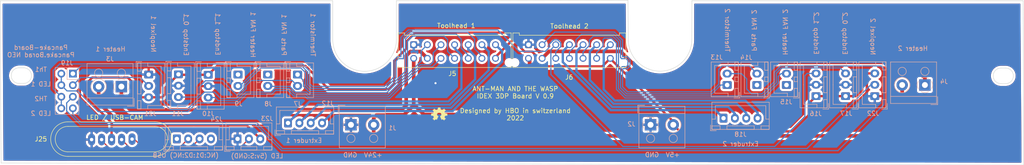
<source format=kicad_pcb>
(kicad_pcb (version 20211014) (generator pcbnew)
  (layers (0 "F.Cu" signal) (31 "B.Cu" signal) (36 "B.SilkS" user "B.Silkscreen") (37 "F.SilkS" user "F.Silkscreen") (38 "B.Mask" user) (39 "F.Mask" user) (44 "Edge.Cuts" user))
  (net 0 "")
  (net 1 "+24V")
  (net 2 "GND")
  (net 3 "+5V")
  (net 4 "/HEAT_1")
  (net 5 "/TH1_1")
  (net 6 "/HEAT_2")
  (net 7 "/TH1_2")
  (net 8 "/FP_1")
  (net 9 "/FH_1")
  (net 10 "/FP_2")
  (net 11 "/FH_2")
  (net 12 "/S1_1")
  (net 13 "/S0_1")
  (net 14 "/S1_2")
  (net 15 "/S0_2")
  (net 16 "/B-")
  (net 17 "/B+")
  (net 18 "/A-")
  (net 19 "/A+")
  (net 20 "/TH0-NP_1")
  (net 21 "/TH0-NP_2")
  (net 26 "Net-(J23-Pad2)")
  (net 28 "/USB_D2")
  (net 29 "/USB_D1")
  (net 31 "/TH1_J")
  (net 32 "/TH2_J")
  (net 33 "/NP2_J")
  (net 34 "/NP1_J")
  (footprint "Connector_Molex:Molex_Micro-Fit_3.0_43045-1412_2x07_P3.00mm_Vertical" (layer "F.Cu") (at 128.3 68.985)
    (fp_text reference "J5")
    (fp_text value "Toolhead_1")
  )
  (footprint "Wasp-Board:Connector_Mag_05x_2.0mm" (layer "F.Cu") (at 57.45 89.75 90)
    (fp_text reference "J25")
    (fp_text value "TopHead_1")
  )
  (footprint "Connector_Molex:Molex_Micro-Fit_3.0_43045-1412_2x07_P3.00mm_Vertical" (layer "F.Cu") (at 153.55 68.985)
    (fp_text reference "J6")
    (fp_text value "Toolhead_2")
  )
  (footprint "Connector_JST:JST_XH_B2B-XH-A_1x02_P2.50mm_Vertical" (layer "B.Cu") (at 203.8 77.85 90)
    (fp_text reference "J14")
    (fp_text value "Fan_Parts_1")
  )
  (footprint "Connector_JST:JST_XH_B3B-XH-A_1x03_P2.50mm_Vertical" (layer "B.Cu") (at 216.8 80.3 90)
    (fp_text reference "J16")
    (fp_text value "Y_Endstop_2")
  )
  (footprint "Connector_PinHeader_2.54mm:PinHeader_2x04_P2.54mm_Vertical" (layer "B.Cu") (at 53.325 75.35 180)
    (fp_text reference "J19")
    (fp_text value "Conn_02x04_Odd_Even")
  )
  (footprint "TerminalBlock_RND:TerminalBlock_RND_205-00001_1x02_P5.00mm_Horizontal" (layer "B.Cu") (at 180.4 86.6)
    (fp_text reference "J2")
    (fp_text value "5V_VCC")
  )
  (footprint "Connector_JST:JST_XH_B4B-XH-A_1x04_P2.50mm_Vertical" (layer "B.Cu") (at 196.45 85.15)
    (fp_text reference "J18")
    (fp_text value "Extruder_2")
  )
  (footprint "Connector_JST:JST_XH_B3B-XH-A_1x03_P2.50mm_Vertical" (layer "B.Cu") (at 83.1 75.6 -90)
    (fp_text reference "J10")
    (fp_text value "Y_Endstop_1")
  )
  (footprint "TerminalBlock_RND:TerminalBlock_RND_205-00001_1x02_P5.00mm_Horizontal" (layer "B.Cu") (at 64 78.2 180)
    (fp_text reference "J3")
    (fp_text value "HEATER_1")
  )
  (footprint "Connector_JST:JST_XH_B3B-XH-A_1x03_P2.50mm_Vertical" (layer "B.Cu") (at 223.3 80.3 90)
    (fp_text reference "J17")
    (fp_text value "Z_Endstop_2")
  )
  (footprint "Connector_JST:JST_XH_B4B-XH-A_1x04_P2.50mm_Vertical" (layer "B.Cu") (at 76.2 89.7)
    (fp_text reference "J24")
    (fp_text value "USB_CAM")
  )
  (footprint "Connector_JST:JST_XH_B2B-XH-A_1x02_P2.50mm_Vertical" (layer "B.Cu") (at 96.2 75.55 -90)
    (fp_text reference "J8")
    (fp_text value "Fan_Parts_1")
  )
  (footprint "Connector_JST:JST_XH_B3B-XH-A_1x03_P2.50mm_Vertical" (layer "B.Cu") (at 89.55 89.7)
    (fp_text reference "J23")
    (fp_text value "Neopixel_F1")
  )
  (footprint "TerminalBlock_RND:TerminalBlock_RND_205-00001_1x02_P5.00mm_Horizontal" (layer "B.Cu") (at 114.5 86.6)
    (fp_text reference "J1")
    (fp_text value "24V_VCC")
  )
  (footprint "TerminalBlock_RND:TerminalBlock_RND_205-00001_1x02_P5.00mm_Horizontal" (layer "B.Cu") (at 240.75 77.85 180)
    (fp_text reference "J4")
    (fp_text value "HEATER_2")
  )
  (footprint "Connector_JST:JST_XH_B2B-XH-A_1x02_P2.50mm_Vertical" (layer "B.Cu") (at 89.65 75.55 -90)
    (fp_text reference "J9")
    (fp_text value "Fan_Hotend_1")
  )
  (footprint "Connector_JST:JST_XH_B3B-XH-A_1x03_P2.50mm_Vertical" (layer "B.Cu") (at 70 75.55 -90)
    (fp_text reference "J21")
    (fp_text value "Neopixel_T1")
  )
  (footprint "Connector_JST:JST_XH_B4B-XH-A_1x04_P2.50mm_Vertical" (layer "B.Cu") (at 100.65 86.2)
    (fp_text reference "J12")
    (fp_text value "Extruder_1")
  )
  (footprint "Connector_JST:JST_XH_B2B-XH-A_1x02_P2.50mm_Vertical" (layer "B.Cu") (at 102.75 75.55 -90)
    (fp_text reference "J7")
    (fp_text value "Thermistor_1")
  )
  (footprint "Connector_JST:JST_XH_B2B-XH-A_1x02_P2.50mm_Vertical" (layer "B.Cu") (at 210.3 77.85 90)
    (fp_text reference "J15")
    (fp_text value "Fan_Hotend_1")
  )
  (footprint "Connector_JST:JST_XH_B2B-XH-A_1x02_P2.50mm_Vertical" (layer "B.Cu") (at 197.25 77.85 90)
    (fp_text reference "J13")
    (fp_text value "Thermistor_1")
  )
  (footprint "Connector_JST:JST_XH_B3B-XH-A_1x03_P2.50mm_Vertical" (layer "B.Cu") (at 76.55 75.5 -90)
    (fp_text reference "J11")
    (fp_text value "Z_Endstop_1")
  )
  (footprint "Connector_JST:JST_XH_B3B-XH-A_1x03_P2.50mm_Vertical" (layer "B.Cu") (at 229.725 80.3 90)
    (fp_text reference "J22")
    (fp_text value "Neopixel_T2")
  )
  (gr_line (start 134.434763 85.439691) (end 134.435684 85.43945) (layer "F.SilkS") (width 0.024587))
  (gr_line (start 135.314926 85.277275) (end 135.314674 85.276419) (layer "F.SilkS") (width 0.024587))
  (gr_line (start 133.241404 83.344839) (end 133.23913 83.344641) (layer "F.SilkS") (width 0.024587))
  (gr_line (start 133.665465 82.815828) (end 133.664993 82.816606) (layer "F.SilkS") (width 0.024587))
  (gr_line (start 135.308947 83.393623) (end 134.994703 83.118326) (layer "F.SilkS") (width 0.024587))
  (gr_line (start 133.714447 84.77119) (end 133.71481 84.77037) (layer "F.SilkS") (width 0.024587))
  (gr_line (start 132.758621 83.770267) (end 132.758621 83.770267) (layer "F.SilkS") (width 0.024587))
  (gr_line (start 132.61511 84.648235) (end 132.61511 84.648235) (layer "F.SilkS") (width 0.024587))
  (gr_line (start 133.230476 83.342759) (end 133.22851 83.342021) (layer "F.SilkS") (width 0.024587))
  (gr_line (start 135.647796 84.130411) (end 135.215947 84.060062) (layer "F.SilkS") (width 0.024587))
  (gr_line (start 134.99465 85.572322) (end 134.99465 85.572322) (layer "F.SilkS") (width 0.024587))
  (gr_line (start 133.653423 83.979283) (end 133.674007 83.968916) (layer "F.SilkS") (width 0.024587))
  (gr_line (start 133.70921 84.749261) (end 133.708492 84.748655) (layer "F.SilkS") (width 0.024587))
  (gr_line (start 134.103336 84.754209) (end 134.102893 84.754997) (layer "F.SilkS") (width 0.024587))
  (gr_line (start 133.565347 83.231594) (end 133.56353 83.232652) (layer "F.SilkS") (width 0.024587))
  (gr_line (start 132.152498 84.549262) (end 132.152997 84.550038) (layer "F.SilkS") (width 0.024587))
  (gr_line (start 132.501059 85.283433) (end 132.501132 85.284324) (layer "F.SilkS") (width 0.024587))
  (gr_line (start 132.603613 84.634532) (end 132.605354 84.635808) (layer "F.SilkS") (width 0.024587))
  (gr_line (start 132.840436 85.578007) (end 132.842453 85.577819) (layer "F.SilkS") (width 0.024587))
  (gr_line (start 135.311734 85.270859) (end 135.072436 84.965415) (layer "F.SilkS") (width 0.024587))
  (gr_line (start 134.577512 83.344641) (end 134.575238 83.34484) (layer "F.SilkS") (width 0.024587))
  (gr_line (start 134.197983 84.695226) (end 134.172959 84.71023) (layer "F.SilkS") (width 0.024587))
  (gr_line (start 133.71117 84.751243) (end 133.71055 84.750557) (layer "F.SilkS") (width 0.024587))
  (gr_line (start 134.144574 82.809176) (end 134.143754 82.808648) (layer "F.SilkS") (width 0.024587))
  (gr_line (start 134.616787 85.36633) (end 134.618737 85.367037) (layer "F.SilkS") (width 0.024587))
  (gr_line (start 134.239603 83.219799) (end 134.238649 83.218078) (layer "F.SilkS") (width 0.024587))
  (gr_line (start 132.85093 85.575189) (end 132.851773 85.574714) (layer "F.SilkS") (width 0.024587))
  (gr_line (start 135.059021 83.742536) (end 135.060101 83.741018) (layer "F.SilkS") (width 0.024587))
  (gr_line (start 134.99465 85.572322) (end 135.308968 85.297025) (layer "F.SilkS") (width 0.024587))
  (gr_line (start 135.66599 84.545192) (end 135.666249 84.54434) (layer "F.SilkS") (width 0.024587))
  (gr_line (start 134.139342 82.806466) (end 134.138408 82.806129) (layer "F.SilkS") (width 0.024587))
  (gr_line (start 134.031124 83.930503) (end 134.054448 83.936305) (layer "F.SilkS") (width 0.024587))
  (gr_line (start 133.258483 83.342351) (end 133.256618 83.343068) (layer "F.SilkS") (width 0.024587))
  (gr_line (start 133.71481 84.77037) (end 133.715125 84.769538) (layer "F.SilkS") (width 0.024587))
  (gr_line (start 132.850063 85.575628) (end 132.85093 85.575189) (layer "F.SilkS") (width 0.024587))
  (gr_line (start 132.596046 84.630482) (end 132.598003 84.631316) (layer "F.SilkS") (width 0.024587))
  (gr_line (start 134.100583 84.764368) (end 134.100622 84.765243) (layer "F.SilkS") (width 0.024587))
  (gr_line (start 134.121377 83.959407) (end 134.14257 83.968916) (layer "F.SilkS") (width 0.024587))
  (gr_line (start 133.392629 85.439286) (end 133.394282 85.438666) (layer "F.SilkS") (width 0.024587))
  (gr_line (start 135.056435 83.76693) (end 135.05585 83.765132) (layer "F.SilkS") (width 0.024587))
  (gr_line (start 132.15058 84.545169) (end 132.150882 84.546012) (layer "F.SilkS") (width 0.024587))
  (gr_line (start 133.402993 85.430425) (end 133.714447 84.77119) (layer "F.SilkS") (width 0.024587))
  (gr_line (start 134.399798 84.347532) (end 134.398749 84.375878) (layer "F.SilkS") (width 0.024587))
  (gr_line (start 132.748348 84.956851) (end 132.747744 84.958726) (layer "F.SilkS") (width 0.024587))
  (gr_line (start 134.151669 82.816606) (end 134.151197 82.815828) (layer "F.SilkS") (width 0.024587))
  (gr_line (start 132.15158 84.142926) (end 132.151196 84.143743) (layer "F.SilkS") (width 0.024587))
  (gr_line (start 134.608268 85.364665) (end 134.610472 85.364906) (layer "F.SilkS") (width 0.024587))
  (gr_line (start 135.313455 85.291218) (end 135.313844 85.2904) (layer "F.SilkS") (width 0.024587))
  (gr_line (start 134.992424 83.116603) (end 134.991605 83.116094) (layer "F.SilkS") (width 0.024587))
  (gr_line (start 133.858038 83.91917) (end 133.882999 83.917508) (layer "F.SilkS") (width 0.024587))
  (gr_line (start 132.620861 84.048856) (end 132.619372 84.050343) (layer "F.SilkS") (width 0.024587))
  (gr_line (start 132.502754 85.290376) (end 132.503142 85.291194) (layer "F.SilkS") (width 0.024587))
  (gr_line (start 133.577089 83.219798) (end 133.575997 83.221491) (layer "F.SilkS") (width 0.024587))
  (gr_line (start 132.166915 84.559766) (end 132.167884 84.559988) (layer "F.SilkS") (width 0.024587))
  (gr_line (start 132.149715 84.539962) (end 132.14974 84.540841) (layer "F.SilkS") (width 0.024587))
  (gr_line (start 134.151197 82.815828) (end 134.150686 82.815067) (layer "F.SilkS") (width 0.024587))
  (gr_line (start 134.57976 83.344332) (end 134.577512 83.344641) (layer "F.SilkS") (width 0.024587))
  (gr_line (start 134.572954 83.344927) (end 134.570679 83.344903) (layer "F.SilkS") (width 0.024587))
  (gr_line (start 134.102487 84.755802) (end 134.102118 84.75662) (layer "F.SilkS") (width 0.024587))
  (gr_line (start 133.678243 82.806129) (end 133.676392 82.806837) (layer "F.SilkS") (width 0.024587))
  (gr_line (start 133.399999 85.434751) (end 133.400587 85.434109) (layer "F.SilkS") (width 0.024587))
  (gr_line (start 133.958544 83.91917) (end 133.983141 83.921909) (layer "F.SilkS") (width 0.024587))
  (gr_line (start 132.844467 83.113109) (end 132.84248 83.112775) (layer "F.SilkS") (width 0.024587))
  (gr_line (start 133.397345 85.436987) (end 133.398051 85.436479) (layer "F.SilkS") (width 0.024587))
  (gr_line (start 132.746617 84.936005) (end 132.746617 84.936005) (layer "F.SilkS") (width 0.024587))
  (gr_line (start 132.507667 83.393623) (end 132.507667 83.393623) (layer "F.SilkS") (width 0.024587))
  (gr_line (start 134.427426 85.440082) (end 134.428326 85.440178) (layer "F.SilkS") (width 0.024587))
  (gr_line (start 133.652585 84.716911) (end 133.649486 84.714698) (layer "F.SilkS") (width 0.024587))
  (gr_line (start 132.74743 84.937642) (end 132.748109 84.939375) (layer "F.SilkS") (width 0.024587))
  (gr_line (start 134.152836 82.819035) (end 134.15249 82.818211) (layer "F.SilkS") (width 0.024587))
  (gr_line (start 134.586173 83.342759) (end 134.584108 83.34339) (layer "F.SilkS") (width 0.024587))
  (gr_line (start 133.716973 83.950784) (end 133.739294 83.943075) (layer "F.SilkS") (width 0.024587))
  (gr_line (start 132.761769 83.757413) (end 132.761717 83.759392) (layer "F.SilkS") (width 0.024587))
  (gr_line (start 133.706959 84.747533) (end 133.706147 84.747022) (layer "F.SilkS") (width 0.024587))
  (gr_line (start 135.666634 84.542613) (end 135.666757 84.541741) (layer "F.SilkS") (width 0.024587))
  (gr_line (start 135.651545 84.559225) (end 135.652468 84.558884) (layer "F.SilkS") (width 0.024587))
  (gr_line (start 132.503348 85.273109) (end 132.50293 85.273907) (layer "F.SilkS") (width 0.024587))
  (gr_line (start 134.414921 85.432752) (end 134.41544 85.433458) (layer "F.SilkS") (width 0.024587))
  (gr_line (start 133.455388 84.179927) (end 133.465232 84.160854) (layer "F.SilkS") (width 0.024587))
  (gr_line (start 134.101243 84.759146) (end 134.101029 84.760006) (layer "F.SilkS") (width 0.024587))
  (gr_line (start 133.208323 85.364651) (end 133.21055 85.364527) (layer "F.SilkS") (width 0.024587))
  (gr_line (start 134.163153 83.979283) (end 134.183095 83.990483) (layer "F.SilkS") (width 0.024587))
  (gr_line (start 135.313247 85.273133) (end 135.312785 85.272354) (layer "F.SilkS") (width 0.024587))
  (gr_line (start 134.256908 83.234366) (end 134.255024 83.23358) (layer "F.SilkS") (width 0.024587))
  (gr_line (start 132.167856 84.130596) (end 132.166884 84.130822) (layer "F.SilkS") (width 0.024587))
  (gr_line (start 132.504586 83.39708) (end 132.504083 83.397842) (layer "F.SilkS") (width 0.024587))
  (gr_line (start 134.265943 84.642718) (end 134.244541 84.661412) (layer "F.SilkS") (width 0.024587))
  (gr_line (start 135.654262 84.558093) (end 135.65513 84.557645) (layer "F.SilkS") (width 0.024587))
  (gr_line (start 132.502219 85.275551) (end 132.501926 85.276395) (layer "F.SilkS") (width 0.024587))
  (gr_line (start 133.594698 84.678934) (end 133.572025 84.661412) (layer "F.SilkS") (width 0.024587))
  (gr_line (start 135.314044 85.274746) (end 135.313667 85.273931) (layer "F.SilkS") (width 0.024587))
  (gr_line (start 133.422422 84.281957) (end 133.426745 84.260753) (layer "F.SilkS") (width 0.024587))
  (gr_line (start 135.665342 84.546867) (end 135.665687 84.546035) (layer "F.SilkS") (width 0.024587))
  (gr_line (start 135.31554 83.408069) (end 135.315508 83.407178) (layer "F.SilkS") (width 0.024587))
  (gr_line (start 132.758572 83.744165) (end 132.759403 83.74589) (layer "F.SilkS") (width 0.024587))
  (gr_line (start 135.315435 83.406288) (end 135.315323 83.405402) (layer "F.SilkS") (width 0.024587))
  (gr_line (start 132.830422 85.576846) (end 132.832364 85.577354) (layer "F.SilkS") (width 0.024587))
  (gr_line (start 133.579481 83.214598) (end 133.579183 83.215469) (layer "F.SilkS") (width 0.024587))
  (gr_line (start 132.601654 84.05988) (end 132.600662 84.060062) (layer "F.SilkS") (width 0.024587))
  (gr_line (start 134.419232 85.437008) (end 134.419963 85.43748) (layer "F.SilkS") (width 0.024587))
  (gr_line (start 135.220519 84.630506) (end 135.222496 84.629808) (layer "F.SilkS") (width 0.024587))
  (gr_line (start 134.589999 83.34118) (end 134.588143 83.342021) (layer "F.SilkS") (width 0.024587))
  (gr_line (start 132.152964 84.140558) (end 132.152465 84.141331) (layer "F.SilkS") (width 0.024587))
  (gr_line (start 132.759403 83.74589) (end 132.760111 83.747695) (layer "F.SilkS") (width 0.024587))
  (gr_line (start 132.85009 83.114987) (end 132.848287 83.114214) (layer "F.SilkS") (width 0.024587))
  (gr_line (start 132.749186 84.952956) (end 132.748829 84.954923) (layer "F.SilkS") (width 0.024587))
  (gr_line (start 135.315137 85.27814) (end 135.314926 85.277275) (layer "F.SilkS") (width 0.024587))
  (gr_line (start 134.994703 83.118326) (end 134.994703 83.118326) (layer "F.SilkS") (width 0.024587))
  (gr_line (start 133.714152 84.755802) (end 133.713746 84.754998) (layer "F.SilkS") (width 0.024587))
  (gr_line (start 134.614748 85.365739) (end 134.616787 85.36633) (layer "F.SilkS") (width 0.024587))
  (gr_line (start 134.136499 82.805562) (end 134.135528 82.805335) (layer "F.SilkS") (width 0.024587))
  (gr_line (start 135.198862 84.051766) (end 135.197262 84.050343) (layer "F.SilkS") (width 0.024587))
  (gr_line (start 135.661221 84.552979) (end 135.662461 84.55156) (layer "F.SilkS") (width 0.024587))
  (gr_line (start 133.664774 84.724752) (end 133.661865 84.72302) (layer "F.SilkS") (width 0.024587))
  (gr_line (start 135.666249 84.54434) (end 135.666465 84.54348) (layer "F.SilkS") (width 0.024587))
  (gr_line (start 132.501101 83.407178) (end 132.501067 83.408069) (layer "F.SilkS") (width 0.024587))
  (gr_line (start 134.10888 84.748078) (end 134.108133 84.748654) (layer "F.SilkS") (width 0.024587))
  (gr_line (start 132.502453 83.401076) (end 132.502141 83.401921) (layer "F.SilkS") (width 0.024587))
  (gr_line (start 133.243688 83.344927) (end 133.241404 83.344839) (layer "F.SilkS") (width 0.024587))
  (gr_line (start 133.252571 83.34415) (end 133.250423 83.344515) (layer "F.SilkS") (width 0.024587))
  (gr_line (start 134.236742 83.212861) (end 134.236742 83.212861) (layer "F.SilkS") (width 0.024587))
  (gr_line (start 132.503568 85.291996) (end 132.504032 85.292779) (layer "F.SilkS") (width 0.024587))
  (gr_line (start 132.611332 84.641664) (end 132.612515 84.643265) (layer "F.SilkS") (width 0.024587))
  (gr_line (start 134.237207 83.214598) (end 134.236952 83.213728) (layer "F.SilkS") (width 0.024587))
  (gr_line (start 135.647705 84.56019) (end 135.647705 84.56019) (layer "F.SilkS") (width 0.024587))
  (gr_line (start 133.387337 85.440219) (end 133.389144 85.440067) (layer "F.SilkS") (width 0.024587))
  (gr_line (start 135.057155 83.768647) (end 135.056435 83.76693) (layer "F.SilkS") (width 0.024587))
  (gr_line (start 134.991566 85.574538) (end 134.99317 85.573495) (layer "F.SilkS") (width 0.024587))
  (gr_line (start 134.167097 84.714698) (end 134.164003 84.716911) (layer "F.SilkS") (width 0.024587))
  (gr_line (start 134.41544 85.433458) (end 134.415993 85.434132) (layer "F.SilkS") (width 0.024587))
  (gr_line (start 133.646472 84.712458) (end 133.643597 84.71023) (layer "F.SilkS") (width 0.024587))
  (gr_line (start 134.429233 85.440234) (end 134.430147 85.440248) (layer "F.SilkS") (width 0.024587))
  (gr_line (start 134.991605 83.116094) (end 134.989889 83.115178) (layer "F.SilkS") (width 0.024587))
  (gr_line (start 133.579183 83.215469) (end 133.578843 83.21634) (layer "F.SilkS") (width 0.024587))
  (gr_line (start 132.749068 84.943072) (end 132.749349 84.945006) (layer "F.SilkS") (width 0.024587))
  (gr_line (start 135.666465 84.54348) (end 135.666634 84.542613) (layer "F.SilkS") (width 0.024587))
  (gr_line (start 132.165959 84.559504) (end 132.166915 84.559766) (layer "F.SilkS") (width 0.024587))
  (gr_line (start 135.315578 85.282565) (end 135.315571 85.281673) (layer "F.SilkS") (width 0.024587))
  (gr_line (start 134.1521 82.817401) (end 134.151669 82.816606) (layer "F.SilkS") (width 0.024587))
  (gr_line (start 132.747018 84.960533) (end 132.746171 84.962256) (layer "F.SilkS") (width 0.024587))
  (gr_line (start 132.851773 85.574714) (end 133.194279 85.368776) (layer "F.SilkS") (width 0.024587))
  (gr_line (start 134.431067 85.440222) (end 134.431989 85.440153) (layer "F.SilkS") (width 0.024587))
  (gr_line (start 133.378168 85.438433) (end 133.379069 85.438812) (layer "F.SilkS") (width 0.024587))
  (gr_line (start 134.107418 84.749261) (end 134.106734 84.749895) (layer "F.SilkS") (width 0.024587))
  (gr_line (start 135.64879 84.130596) (end 135.647811 84.130411) (layer "F.SilkS") (width 0.024587))
  (gr_line (start 133.674608 82.80768) (end 133.672903 82.808648) (layer "F.SilkS") (width 0.024587))
  (gr_line (start 135.312785 85.272354) (end 135.31228 85.271596) (layer "F.SilkS") (width 0.024587))
  (gr_line (start 134.148933 82.812899) (end 134.148281 82.812218) (layer "F.SilkS") (width 0.024587))
  (gr_line (start 132.167884 84.559988) (end 132.168866 84.560167) (layer "F.SilkS") (width 0.024587))
  (gr_line (start 132.605354 84.635808) (end 132.60701 84.63717) (layer "F.SilkS") (width 0.024587))
  (gr_line (start 133.419296 84.303507) (end 133.422422 84.281957) (layer "F.SilkS") (width 0.024587))
  (gr_line (start 135.190386 84.0408) (end 135.058013 83.770267) (layer "F.SilkS") (width 0.024587))
  (gr_line (start 134.390552 84.431036) (end 134.383535 84.457736) (layer "F.SilkS") (width 0.024587))
  (gr_line (start 135.66503 84.142934) (end 135.664608 84.142129) (layer "F.SilkS") (width 0.024587))
  (gr_line (start 133.559785 83.234366) (end 133.558834 83.234702) (layer "F.SilkS") (width 0.024587))
  (gr_line (start 135.66131 84.137651) (end 135.660645 84.136976) (layer "F.SilkS") (width 0.024587))
  (gr_line (start 133.712823 84.753438) (end 133.712307 84.752685) (layer "F.SilkS") (width 0.024587))
  (gr_line (start 133.426006 84.431036) (end 133.423214 84.417456) (layer "F.SilkS") (width 0.024587))
  (gr_line (start 135.314887 83.413353) (end 135.315097 83.412488) (layer "F.SilkS") (width 0.024587))
  (gr_line (start 133.426745 84.260753) (end 133.432234 84.239921) (layer "F.SilkS") (width 0.024587))
  (gr_line (start 134.986172 85.57687) (end 134.988052 85.576227) (layer "F.SilkS") (width 0.024587))
  (gr_line (start 135.313632 83.416694) (end 135.314008 83.41588) (layer "F.SilkS") (width 0.024587))
  (gr_line (start 134.247886 83.229133) (end 134.246257 83.227752) (layer "F.SilkS") (width 0.024587))
  (gr_line (start 133.715392 84.768694) (end 133.715613 84.767842) (layer "F.SilkS") (width 0.024587))
  (gr_line (start 135.666757 84.541741) (end 135.666831 84.540864) (layer "F.SilkS") (width 0.024587))
  (gr_line (start 133.558834 83.234702) (end 133.557879 83.234998) (layer "F.SilkS") (width 0.024587))
  (gr_line (start 134.153137 82.819872) (end 134.152836 82.819035) (layer "F.SilkS") (width 0.024587))
  (gr_line (start 132.501032 85.281649) (end 132.501025 85.282541) (layer "F.SilkS") (width 0.024587))
  (gr_line (start 134.351589 84.533632) (end 134.337526 84.557342) (layer "F.SilkS") (width 0.024587))
  (gr_line (start 135.657702 84.134525) (end 135.656902 84.133981) (layer "F.SilkS") (width 0.024587))
  (gr_line (start 133.227117 85.367785) (end 133.227117 85.367785) (layer "F.SilkS") (width 0.024587))
  (gr_line (start 135.650711 84.13109) (end 135.649757 84.130822) (layer "F.SilkS") (width 0.024587))
  (gr_line (start 133.215002 85.364631) (end 133.217193 85.364859) (layer "F.SilkS") (width 0.024587))
  (gr_line (start 133.567112 83.230417) (end 133.565347 83.231594) (layer "F.SilkS") (width 0.024587))
  (gr_line (start 134.415993 85.434132) (end 134.416581 85.434774) (layer "F.SilkS") (width 0.024587))
  (gr_line (start 134.145369 82.809733) (end 134.144574 82.809176) (layer "F.SilkS") (width 0.024587))
  (gr_line (start 132.61511 84.648235) (end 132.746617 84.936005) (layer "F.SilkS") (width 0.024587))
  (gr_line (start 135.650605 84.559527) (end 135.651545 84.559225) (layer "F.SilkS") (width 0.024587))
  (gr_line (start 133.23913 83.344641) (end 133.236883 83.344332) (layer "F.SilkS") (width 0.024587))
  (gr_line (start 135.662546 84.139067) (end 135.661944 84.138349) (layer "F.SilkS") (width 0.024587))
  (gr_line (start 134.395645 84.403731) (end 134.390552 84.431036) (layer "F.SilkS") (width 0.024587))
  (gr_line (start 134.147597 82.81156) (end 134.146882 82.810925) (layer "F.SilkS") (width 0.024587))
  (gr_line (start 133.206117 85.364893) (end 133.208323 85.364651) (layer "F.SilkS") (width 0.024587))
  (gr_line (start 134.236952 83.213728) (end 134.236742 83.212861) (layer "F.SilkS") (width 0.024587))
  (gr_line (start 134.413994 85.431247) (end 134.414438 85.432015) (layer "F.SilkS") (width 0.024587))
  (gr_line (start 132.612462 84.055551) (end 132.610561 84.056619) (layer "F.SilkS") (width 0.024587))
  (gr_line (start 133.236883 83.344332) (end 133.23468 83.343915) (layer "F.SilkS") (width 0.024587))
  (gr_line (start 132.501175 83.406288) (end 132.501101 83.407178) (layer "F.SilkS") (width 0.024587))
  (gr_line (start 133.232539 83.34339) (end 133.230476 83.342759) (layer "F.SilkS") (width 0.024587))
  (gr_line (start 135.202184 84.646584) (end 135.202599 84.645751) (layer "F.SilkS") (width 0.024587))
  (gr_line (start 132.502553 85.274721) (end 132.502219 85.275551) (layer "F.SilkS") (width 0.024587))
  (gr_line (start 134.150686 82.815067) (end 134.150137 82.814324) (layer "F.SilkS") (width 0.024587))
  (gr_line (start 132.846408 83.113589) (end 132.844467 83.113109) (layer "F.SilkS") (width 0.024587))
  (gr_line (start 134.111304 84.746544) (end 134.111304 84.746544) (layer "F.SilkS") (width 0.024587))
  (gr_line (start 133.199797 85.366315) (end 133.201837 85.365725) (layer "F.SilkS") (width 0.024587))
  (gr_line (start 134.4172 85.435383) (end 134.417849 85.435959) (layer "F.SilkS") (width 0.024587))
  (gr_line (start 133.570443 83.227751) (end 133.568814 83.229133) (layer "F.SilkS") (width 0.024587))
  (gr_line (start 133.658828 84.72111) (end 133.655717 84.719062) (layer "F.SilkS") (width 0.024587))
  (gr_line (start 133.933584 83.917508) (end 133.958544 83.91917) (layer "F.SilkS") (width 0.024587))
  (gr_line (start 132.613548 84.6449) (end 132.614417 84.646561) (layer "F.SilkS") (width 0.024587))
  (gr_line (start 135.664068 84.549285) (end 135.664531 84.548493) (layer "F.SilkS") (width 0.024587))
  (gr_line (start 132.501824 85.287838) (end 132.502095 85.288696) (layer "F.SilkS") (width 0.024587))
  (gr_line (start 133.401661 85.432728) (end 133.402144 85.431991) (layer "F.SilkS") (width 0.024587))
  (gr_line (start 132.166884 84.130822) (end 132.165927 84.13109) (layer "F.SilkS") (width 0.024587))
  (gr_line (start 133.66327 82.820721) (end 133.663063 82.821581) (layer "F.SilkS") (width 0.024587))
  (gr_line (start 132.83843 83.112537) (end 132.836397 83.11263) (layer "F.SilkS") (width 0.024587))
  (gr_line (start 133.712307 84.752685) (end 133.711756 84.751953) (layer "F.SilkS") (width 0.024587))
  (gr_line (start 135.315396 83.410735) (end 135.315485 83.409849) (layer "F.SilkS") (width 0.024587))
  (gr_line (start 135.218565 84.63134) (end 135.220519 84.630506) (layer "F.SilkS") (width 0.024587))
  (gr_line (start 135.308947 83.393623) (end 135.308947 83.393623) (layer "F.SilkS") (width 0.024587))
  (gr_line (start 134.104331 84.752685) (end 134.103816 84.753437) (layer "F.SilkS") (width 0.024587))
  (gr_line (start 132.745206 84.963881) (end 132.744122 84.965392) (layer "F.SilkS") (width 0.024587))
  (gr_line (start 135.664608 84.142129) (end 135.664146 84.141338) (layer "F.SilkS") (width 0.024587))
  (gr_line (start 133.225325 85.366961) (end 133.227117 85.367785) (layer "F.SilkS") (width 0.024587))
  (gr_line (start 135.201487 84.648258) (end 135.201487 84.648258) (layer "F.SilkS") (width 0.024587))
  (gr_line (start 133.201837 85.365725) (end 133.20395 85.365251) (layer "F.SilkS") (width 0.024587))
  (gr_line (start 132.149815 84.541718) (end 132.149937 84.54259) (layer "F.SilkS") (width 0.024587))
  (gr_line (start 132.761219 83.763266) (end 132.760772 83.765132) (layer "F.SilkS") (width 0.024587))
  (gr_line (start 132.504856 85.270835) (end 132.504856 85.270835) (layer "F.SilkS") (width 0.024587))
  (gr_line (start 134.584108 83.34339) (end 134.581965 83.343915) (layer "F.SilkS") (width 0.024587))
  (gr_line (start 134.593169 85.366279) (end 134.595173 85.365693) (layer "F.SilkS") (width 0.024587))
  (gr_line (start 135.067938 84.941214) (end 135.068484 84.939399) (layer "F.SilkS") (width 0.024587))
  (gr_line (start 132.151611 84.547664) (end 132.152035 84.54847) (layer "F.SilkS") (width 0.024587))
  (gr_line (start 133.663525 82.819872) (end 133.66327 82.820721) (layer "F.SilkS") (width 0.024587))
  (gr_line (start 134.3777 84.219488) (end 134.384324 84.239921) (layer "F.SilkS") (width 0.024587))
  (gr_line (start 133.571986 83.226285) (end 133.570443 83.227751) (layer "F.SilkS") (width 0.024587))
  (gr_line (start 133.39938 85.43536) (end 133.399999 85.434751) (layer "F.SilkS") (width 0.024587))
  (gr_line (start 134.423109 85.439012) (end 134.423943 85.439303) (layer "F.SilkS") (width 0.024587))
  (gr_line (start 134.101788 84.757452) (end 134.101495 84.758294) (layer "F.SilkS") (width 0.024587))
  (gr_line (start 132.834352 85.577726) (end 132.83637 85.577959) (layer "F.SilkS") (width 0.024587))
  (gr_line (start 133.809236 83.925695) (end 133.83344 83.921909) (layer "F.SilkS") (width 0.024587))
  (gr_line (start 135.224484 84.629255) (end 135.225478 84.629037) (layer "F.SilkS") (width 0.024587))
  (gr_line (start 132.608616 84.057573) (end 132.60664 84.058404) (layer "F.SilkS") (width 0.024587))
  (gr_line (start 132.744122 84.965392) (end 132.744122 84.965392) (layer "F.SilkS") (width 0.024587))
  (gr_line (start 134.610472 85.364906) (end 134.612638 85.365264) (layer "F.SilkS") (width 0.024587))
  (gr_line (start 134.597256 85.365226) (end 134.599401 85.364878) (layer "F.SilkS") (width 0.024587))
  (gr_line (start 134.966594 83.114988) (end 134.965728 83.11543) (layer "F.SilkS") (width 0.024587))
  (gr_line (start 135.215947 84.060062) (end 135.213968 84.059658) (layer "F.SilkS") (width 0.024587))
  (gr_line (start 132.749349 84.945006) (end 132.7495 84.946976) (layer "F.SilkS") (width 0.024587))
  (gr_line (start 135.311495 83.396339) (end 135.310915 83.395621) (layer "F.SilkS") (width 0.024587))
  (gr_line (start 135.069561 84.960555) (end 135.06884 84.958749) (layer "F.SilkS") (width 0.024587))
  (gr_line (start 132.15534 84.552955) (end 132.156006 84.553631) (layer "F.SilkS") (width 0.024587))
  (gr_line (start 134.100622 84.765243) (end 134.100705 84.766114) (layer "F.SilkS") (width 0.024587))
  (gr_line (start 134.394135 84.281957) (end 134.397261 84.303507) (layer "F.SilkS") (width 0.024587))
  (gr_line (start 133.655717 84.719062) (end 133.652585 84.716911) (layer "F.SilkS") (width 0.024587))
  (gr_line (start 135.31228 85.271596) (end 135.311734 85.270859) (layer "F.SilkS") (width 0.024587))
  (gr_line (start 132.501443 83.40452) (end 132.501289 83.405402) (layer "F.SilkS") (width 0.024587))
  (gr_line (start 134.964887 83.11591) (end 134.964887 83.11591) (layer "F.SilkS") (width 0.024587))
  (gr_line (start 134.150137 82.814324) (end 134.149552 82.813601) (layer "F.SilkS") (width 0.024587))
  (gr_line (start 133.557879 83.234998) (end 133.258483 83.342351) (layer "F.SilkS") (width 0.024587))
  (gr_line (start 134.172959 84.71023) (end 134.1701 84.712458) (layer "F.SilkS") (width 0.024587))
  (gr_line (start 133.384582 85.440138) (end 133.385504 85.440207) (layer "F.SilkS") (width 0.024587))
  (gr_line (start 132.154102 84.551537) (end 132.154705 84.552257) (layer "F.SilkS") (width 0.024587))
  (gr_line (start 133.226658 83.34118) (end 133.224937 83.340235) (layer "F.SilkS") (width 0.024587))
  (gr_line (start 135.314342 83.415051) (end 135.314635 83.414208) (layer "F.SilkS") (width 0.024587))
  (gr_line (start 132.502802 83.400243) (end 132.502453 83.401076) (layer "F.SilkS") (width 0.024587))
  (gr_line (start 134.591261 85.366985) (end 134.593169 85.366279) (layer "F.SilkS") (width 0.024587))
  (gr_line (start 132.84248 83.112775) (end 132.840463 83.112584) (layer "F.SilkS") (width 0.024587))
  (gr_line (start 132.501132 85.284324) (end 132.501246 85.285211) (layer "F.SilkS") (width 0.024587))
  (gr_line (start 134.172959 84.71023) (end 134.172959 84.71023) (layer "F.SilkS") (width 0.024587))
  (gr_line (start 133.715996 84.762617) (end 133.715907 84.761743) (layer "F.SilkS") (width 0.024587))
  (gr_line (start 133.83344 83.921909) (end 133.858038 83.91917) (layer "F.SilkS") (width 0.024587))
  (gr_line (start 135.310297 83.394928) (end 135.309641 83.394261) (layer "F.SilkS") (width 0.024587))
  (gr_line (start 132.504535 85.293542) (end 132.505075 85.294284) (layer "F.SilkS") (width 0.024587))
  (gr_line (start 132.150551 84.145414) (end 132.150293 84.146265) (layer "F.SilkS") (width 0.024587))
  (gr_line (start 135.315533 83.40896) (end 135.31554 83.408069) (layer "F.SilkS") (width 0.024587))
  (gr_line (start 135.31501 85.286994) (end 135.315203 85.286118) (layer "F.SilkS") (width 0.024587))
  (gr_line (start 132.608567 84.638606) (end 132.610012 84.640107) (layer "F.SilkS") (width 0.024587))
  (gr_line (start 133.476087 84.142288) (end 133.487924 84.124256) (layer "F.SilkS") (width 0.024587))
  (gr_line (start 133.561672 83.23358) (end 133.559785 83.234366) (layer "F.SilkS") (width 0.024587))
  (gr_line (start 134.202365 84.002488) (end 134.220933 84.01527) (layer "F.SilkS") (width 0.024587))
  (gr_line (start 132.502405 85.289542) (end 132.502754 85.290376) (layer "F.SilkS") (width 0.024587))
  (gr_line (start 132.761692 83.755427) (end 132.761769 83.757413) (layer "F.SilkS") (width 0.024587))
  (gr_line (start 132.505127 83.396339) (end 132.504586 83.39708) (layer "F.SilkS") (width 0.024587))
  (gr_line (start 133.705305 84.746544) (end 133.667502 84.72627) (layer "F.SilkS") (width 0.024587))
  (gr_line (start 135.656803 84.556651) (end 135.658382 84.555535) (layer "F.SilkS") (width 0.024587))
  (gr_line (start 132.828541 85.576203) (end 132.830422 85.576846) (layer "F.SilkS") (width 0.024587))
  (gr_line (start 133.705305 84.746544) (end 133.705305 84.746544) (layer "F.SilkS") (width 0.024587))
  (gr_line (start 132.168866 84.560167) (end 132.168866 84.560167) (layer "F.SilkS") (width 0.024587))
  (gr_line (start 132.503808 85.27233) (end 132.503348 85.273109) (layer "F.SilkS") (width 0.024587))
  (gr_line (start 135.313844 85.2904) (end 135.314194 85.289567) (layer "F.SilkS") (width 0.024587))
  (gr_line (start 135.312756 83.41827) (end 135.313215 83.417492) (layer "F.SilkS") (width 0.024587))
  (gr_line (start 134.249588 83.230417) (end 134.247886 83.229133) (layer "F.SilkS") (width 0.024587))
  (gr_line (start 133.420912 84.403731) (end 133.419107 84.38987) (layer "F.SilkS") (width 0.024587))
  (gr_line (start 135.314008 83.41588) (end 135.314342 83.415051) (layer "F.SilkS") (width 0.024587))
  (gr_line (start 132.612515 84.643265) (end 132.613548 84.6449) (layer "F.SilkS") (width 0.024587))
  (gr_line (start 135.315203 85.286118) (end 135.315357 85.285235) (layer "F.SilkS") (width 0.024587))
  (gr_line (start 132.821931 85.572298) (end 132.821931 85.572298) (layer "F.SilkS") (width 0.024587))
  (gr_line (start 135.31254 83.397843) (end 135.312036 83.39708) (layer "F.SilkS") (width 0.024587))
  (gr_line (start 133.71055 84.750557) (end 133.709897 84.749895) (layer "F.SilkS") (width 0.024587))
  (gr_line (start 132.149714 84.149736) (end 132.149689 84.150616) (layer "F.SilkS") (width 0.024587))
  (gr_line (start 134.363988 84.50909) (end 134.351589 84.533632) (layer "F.SilkS") (width 0.024587))
  (gr_line (start 135.659951 84.136324) (end 135.659228 84.135698) (layer "F.SilkS") (width 0.024587))
  (gr_line (start 134.417849 85.435959) (end 134.418527 85.4365) (layer "F.SilkS") (width 0.024587))
  (gr_line (start 133.396614 85.43746) (end 133.397345 85.436987) (layer "F.SilkS") (width 0.024587))
  (gr_line (start 135.652468 84.558884) (end 135.653374 84.558506) (layer "F.SilkS") (width 0.024587))
  (gr_line (start 133.529007 84.073638) (end 133.544457 84.058015) (layer "F.SilkS") (width 0.024587))
  (gr_line (start 132.156702 84.554284) (end 132.157426 84.554911) (layer "F.SilkS") (width 0.024587))
  (gr_line (start 134.620581 85.367861) (end 134.622303 85.3688) (layer "F.SilkS") (width 0.024587))
  (gr_line (start 132.624546 84.044108) (end 132.624023 84.044922) (layer "F.SilkS") (width 0.024587))
  (gr_line (start 133.471804 84.545595) (end 133.464976 84.533632) (layer "F.SilkS") (width 0.024587))
  (gr_line (start 132.848287 83.114214) (end 132.846408 83.113589) (layer "F.SilkS") (width 0.024587))
  (gr_line (start 135.308968 85.297025) (end 135.308968 85.297025) (layer "F.SilkS") (width 0.024587))
  (gr_line (start 135.070402 84.962279) (end 135.069561 84.960555) (layer "F.SilkS") (width 0.024587))
  (gr_line (start 134.972156 85.577512) (end 134.974142 85.577843) (layer "F.SilkS") (width 0.024587))
  (gr_line (start 132.610561 84.056619) (end 132.608616 84.057573) (layer "F.SilkS") (width 0.024587))
  (gr_line (start 133.458564 84.521462) (end 133.452575 84.50909) (layer "F.SilkS") (width 0.024587))
  (gr_line (start 132.756547 83.741018) (end 132.75762 83.742536) (layer "F.SilkS") (width 0.024587))
  (gr_line (start 134.423943 85.439303) (end 134.424794 85.439556) (layer "F.SilkS") (width 0.024587))
  (gr_line (start 134.424794 85.439556) (end 134.425659 85.43977) (layer "F.SilkS") (width 0.024587))
  (gr_line (start 134.98423 85.577378) (end 134.986172 85.57687) (layer "F.SilkS") (width 0.024587))
  (gr_line (start 134.106083 84.750556) (end 134.105465 84.751243) (layer "F.SilkS") (width 0.024587))
  (gr_line (start 134.972202 83.113109) (end 134.970266 83.113589) (layer "F.SilkS") (width 0.024587))
  (gr_line (start 135.310915 83.395621) (end 135.310297 83.394928) (layer "F.SilkS") (width 0.024587))
  (gr_line (start 132.851773 85.574714) (end 132.851773 85.574714) (layer "F.SilkS") (width 0.024587))
  (gr_line (start 134.100588 84.763493) (end 134.100583 84.764368) (layer "F.SilkS") (width 0.024587))
  (gr_line (start 133.432234 84.239921) (end 133.438858 84.219488) (layer "F.SilkS") (width 0.024587))
  (gr_line (start 133.6952 83.959407) (end 133.716973 83.950784) (layer "F.SilkS") (width 0.024587))
  (gr_line (start 133.560732 84.043061) (end 133.577804 84.028804) (layer "F.SilkS") (width 0.024587))
  (gr_line (start 135.315436 85.279896) (end 135.315307 85.279015) (layer "F.SilkS") (width 0.024587))
  (gr_line (start 135.200557 84.053114) (end 135.198862 84.051766) (layer "F.SilkS") (width 0.024587))
  (gr_line (start 134.419963 85.43748) (end 134.420717 85.437918) (layer "F.SilkS") (width 0.024587))
  (gr_line (start 132.501968 83.414208) (end 132.502262 83.415051) (layer "F.SilkS") (width 0.024587))
  (gr_line (start 132.761717 83.759392) (end 132.761534 83.761348) (layer "F.SilkS") (width 0.024587))
  (gr_line (start 132.503395 83.417492) (end 132.503857 83.41827) (layer "F.SilkS") (width 0.024587))
  (gr_line (start 133.649486 84.714698) (end 133.646472 84.712458) (layer "F.SilkS") (width 0.024587))
  (gr_line (start 134.606041 85.364542) (end 134.608268 85.364665) (layer "F.SilkS") (width 0.024587))
  (gr_line (start 134.160875 84.719061) (end 134.157766 84.72111) (layer "F.SilkS") (width 0.024587))
  (gr_line (start 132.501464 85.278116) (end 132.501295 85.278991) (layer "F.SilkS") (width 0.024587))
  (gr_line (start 133.618577 84.695226) (end 133.594698 84.678934) (layer "F.SilkS") (width 0.024587))
  (gr_line (start 132.150321 84.544317) (end 132.15058 84.545169) (layer "F.SilkS") (width 0.024587))
  (gr_line (start 133.579946 83.212861) (end 133.579946 83.212861) (layer "F.SilkS") (width 0.024587))
  (gr_line (start 134.10488 84.751953) (end 134.104331 84.752685) (layer "F.SilkS") (width 0.024587))
  (gr_line (start 132.505654 85.295002) (end 132.506269 85.295696) (layer "F.SilkS") (width 0.024587))
  (gr_line (start 134.96654 85.575652) (end 134.96834 85.576418) (layer "F.SilkS") (width 0.024587))
  (gr_line (start 134.101801 84.77037) (end 134.102162 84.77119) (layer "F.SilkS") (width 0.024587))
  (gr_line (start 134.993214 83.117144) (end 134.992424 83.116603) (layer "F.SilkS") (width 0.024587))
  (gr_line (start 132.164094 84.558861) (end 132.165019 84.559201) (layer "F.SilkS") (width 0.024587))
  (gr_line (start 132.748829 84.954923) (end 132.748348 84.956851) (layer "F.SilkS") (width 0.024587))
  (gr_line (start 135.315571 85.281673) (end 135.315524 85.280783) (layer "F.SilkS") (width 0.024587))
  (gr_line (start 133.382734 85.439872) (end 133.383658 85.440027) (layer "F.SilkS") (width 0.024587))
  (gr_line (start 132.501926 85.276395) (end 132.501674 85.27725) (layer "F.SilkS") (width 0.024587))
  (gr_line (start 133.716044 84.764369) (end 133.716041 84.763493) (layer "F.SilkS") (width 0.024587))
  (gr_line (start 133.401142 85.433434) (end 133.401661 85.432728) (layer "F.SilkS") (width 0.024587))
  (gr_line (start 134.340475 84.142288) (end 134.351329 84.160854) (layer "F.SilkS") (width 0.024587))
  (gr_line (start 132.760695 83.749566) (end 132.761154 83.751488) (layer "F.SilkS") (width 0.024587))
  (gr_line (start 134.56843 83.344766) (end 134.566224 83.344515) (layer "F.SilkS") (width 0.024587))
  (gr_line (start 134.589465 85.367809) (end 134.591261 85.366985) (layer "F.SilkS") (width 0.024587))
  (gr_line (start 132.149937 84.54259) (end 132.150106 84.543457) (layer "F.SilkS") (width 0.024587))
  (gr_line (start 133.785456 83.930503) (end 133.809236 83.925695) (layer "F.SilkS") (width 0.024587))
  (gr_line (start 135.067174 84.950989) (end 135.067069 84.948991) (layer "F.SilkS") (width 0.024587))
  (gr_line (start 134.007345 83.925695) (end 134.031124 83.930503) (layer "F.SilkS") (width 0.024587))
  (gr_line (start 134.96834 85.576418) (end 134.970217 85.577038) (layer "F.SilkS") (width 0.024587))
  (gr_line (start 132.84826 85.576394) (end 132.849172 85.576029) (layer "F.SilkS") (width 0.024587))
  (gr_line (start 134.105465 84.751243) (end 134.10488 84.751953) (layer "F.SilkS") (width 0.024587))
  (gr_line (start 134.236742 83.212861) (end 134.153598 82.821581) (layer "F.SilkS") (width 0.024587))
  (gr_line (start 132.826763 83.115178) (end 132.82505 83.116094) (layer "F.SilkS") (width 0.024587))
  (gr_line (start 135.312256 83.419029) (end 135.312756 83.41827) (layer "F.SilkS") (width 0.024587))
  (gr_line (start 132.154067 84.139063) (end 132.153498 84.139801) (layer "F.SilkS") (width 0.024587))
  (gr_line (start 135.656902 84.133981) (end 135.656078 84.133468) (layer "F.SilkS") (width 0.024587))
  (gr_line (start 132.749523 84.948968) (end 132.749418 84.950966) (layer "F.SilkS") (width 0.024587))
  (gr_line (start 134.101495 84.758294) (end 134.101243 84.759146) (layer "F.SilkS") (width 0.024587))
  (gr_line (start 132.850958 83.11543) (end 132.85009 83.114987) (layer "F.SilkS") (width 0.024587))
  (gr_line (start 134.428326 85.440178) (end 134.429233 85.440234) (layer "F.SilkS") (width 0.024587))
  (gr_line (start 133.224937 83.340235) (end 133.224937 83.340235) (layer "F.SilkS") (width 0.024587))
  (gr_line (start 132.761487 83.753447) (end 132.761692 83.755427) (layer "F.SilkS") (width 0.024587))
  (gr_line (start 133.380892 85.439431) (end 133.381812 85.439674) (layer "F.SilkS") (width 0.024587))
  (gr_line (start 133.572025 84.661412) (end 133.550624 84.642718) (layer "F.SilkS") (width 0.024587))
  (gr_line (start 133.578042 83.218078) (end 133.577089 83.219798) (layer "F.SilkS") (width 0.024587))
  (gr_line (start 134.980259 83.11263) (end 134.978228 83.112537) (layer "F.SilkS") (width 0.024587))
  (gr_line (start 134.965728 83.11543) (end 134.964887 83.11591) (layer "F.SilkS") (width 0.024587))
  (gr_line (start 133.437236 84.47084) (end 133.433025 84.457736) (layer "F.SilkS") (width 0.024587))
  (gr_line (start 132.822684 83.117719) (end 132.821958 83.118326) (layer "F.SilkS") (width 0.024587))
  (gr_line (start 132.832364 85.577354) (end 132.834352 85.577726) (layer "F.SilkS") (width 0.024587))
  (gr_line (start 133.212782 85.36452) (end 133.215002 85.364631) (layer "F.SilkS") (width 0.024587))
  (gr_line (start 133.674007 83.968916) (end 133.6952 83.959407) (layer "F.SilkS") (width 0.024587))
  (gr_line (start 134.384324 84.239921) (end 134.389812 84.260753) (layer "F.SilkS") (width 0.024587))
  (gr_line (start 135.658382 84.555535) (end 135.659858 84.554307) (layer "F.SilkS") (width 0.024587))
  (gr_line (start 134.102893 84.754997) (end 134.102487 84.755802) (layer "F.SilkS") (width 0.024587))
  (gr_line (start 133.715789 84.766981) (end 133.715918 84.766114) (layer "F.SilkS") (width 0.024587))
  (gr_line (start 134.32864 84.124256) (end 134.340475 84.142288) (layer "F.SilkS") (width 0.024587))
  (gr_line (start 132.501289 83.405402) (end 132.501175 83.406288) (layer "F.SilkS") (width 0.024587))
  (gr_line (start 135.054847 83.757413) (end 135.054924 83.755426) (layer "F.SilkS") (width 0.024587))
  (gr_line (start 133.707741 84.748078) (end 133.706959 84.747533) (layer "F.SilkS") (width 0.024587))
  (gr_line (start 133.389144 85.440067) (end 133.390912 85.439754) (layer "F.SilkS") (width 0.024587))
  (gr_line (start 134.315855 84.106786) (end 134.32864 84.124256) (layer "F.SilkS") (width 0.024587))
  (gr_line (start 135.06884 84.958749) (end 135.068239 84.956874) (layer "F.SilkS") (width 0.024587))
  (gr_line (start 134.601591 85.364648) (end 134.60381 85.364536) (layer "F.SilkS") (width 0.024587))
  (gr_line (start 132.505706 83.395621) (end 132.505127 83.396339) (layer "F.SilkS") (width 0.024587))
  (gr_line (start 132.82505 83.116094) (end 132.823443 83.117144) (layer "F.SilkS") (width 0.024587))
  (gr_line (start 132.598003 84.631316) (end 132.599924 84.632276) (layer "F.SilkS") (width 0.024587))
  (gr_line (start 132.149715 84.539962) (end 132.149715 84.539962) (layer "F.SilkS") (width 0.024587))
  (gr_line (start 135.215947 84.060062) (end 135.215947 84.060062) (layer "F.SilkS") (width 0.024587))
  (gr_line (start 133.386423 85.440234) (end 133.387337 85.440219) (layer "F.SilkS") (width 0.024587))
  (gr_line (start 134.988052 85.576227) (end 134.989855 85.575449) (layer "F.SilkS") (width 0.024587))
  (gr_line (start 132.590101 84.628836) (end 132.592083 84.629232) (layer "F.SilkS") (width 0.024587))
  (gr_line (start 132.624023 84.044922) (end 132.623461 84.045729) (layer "F.SilkS") (width 0.024587))
  (gr_line (start 132.828568 83.114395) (end 132.826763 83.115178) (layer "F.SilkS") (width 0.024587))
  (gr_line (start 134.562011 83.343667) (end 134.560039 83.343068) (layer "F.SilkS") (width 0.024587))
  (gr_line (start 132.501073 83.40896) (end 132.50112 83.409849) (layer "F.SilkS") (width 0.024587))
  (gr_line (start 132.592083 84.629232) (end 132.594069 84.629784) (layer "F.SilkS") (width 0.024587))
  (gr_line (start 133.665976 82.815067) (end 133.665465 82.815828) (layer "F.SilkS") (width 0.024587))
  (gr_line (start 133.258483 83.342351) (end 133.258483 83.342351) (layer "F.SilkS") (width 0.024587))
  (gr_line (start 134.102118 84.75662) (end 134.101788 84.757452) (layer "F.SilkS") (width 0.024587))
  (gr_line (start 134.430147 85.440248) (end 134.431067 85.440222) (layer "F.SilkS") (width 0.024587))
  (gr_line (start 133.417021 84.361763) (end 133.416758 84.347532) (layer "F.SilkS") (width 0.024587))
  (gr_line (start 133.715394 84.759146) (end 133.715142 84.758294) (layer "F.SilkS") (width 0.024587))
  (gr_line (start 132.156006 84.553631) (end 132.156702 84.554284) (layer "F.SilkS") (width 0.024587))
  (gr_line (start 134.970217 85.577038) (end 134.972156 85.577512) (layer "F.SilkS") (width 0.024587))
  (gr_line (start 135.663114 84.139806) (end 135.662546 84.139067) (layer "F.SilkS") (width 0.024587))
  (gr_line (start 133.395081 85.4383) (end 133.395858 85.437898) (layer "F.SilkS") (width 0.024587))
  (gr_line (start 133.669777 82.810925) (end 133.66838 82.812218) (layer "F.SilkS") (width 0.024587))
  (gr_line (start 134.421494 85.438319) (end 134.422292 85.438684) (layer "F.SilkS") (width 0.024587))
  (gr_line (start 135.315357 85.285235) (end 135.315471 85.284348) (layer "F.SilkS") (width 0.024587))
  (gr_line (start 134.431989 85.440153) (end 134.432914 85.440042) (layer "F.SilkS") (width 0.024587))
  (gr_line (start 132.501674 85.27725) (end 132.501464 85.278116) (layer "F.SilkS") (width 0.024587))
  (gr_line (start 134.581965 83.343915) (end 134.57976 83.344332) (layer "F.SilkS") (width 0.024587))
  (gr_line (start 135.315508 83.407178) (end 135.315435 83.406288) (layer "F.SilkS") (width 0.024587))
  (gr_line (start 134.135528 82.805335) (end 134.134547 82.805147) (layer "F.SilkS") (width 0.024587))
  (gr_line (start 133.715606 84.760006) (end 133.715394 84.759146) (layer "F.SilkS") (width 0.024587))
  (gr_line (start 135.213968 84.059658) (end 135.211978 84.059102) (layer "F.SilkS") (width 0.024587))
  (gr_line (start 134.077285 83.943075) (end 134.099605 83.950784) (layer "F.SilkS") (width 0.024587))
  (gr_line (start 132.157426 84.554911) (end 132.158177 84.555511) (layer "F.SilkS") (width 0.024587))
  (gr_line (start 135.655977 84.557164) (end 135.656803 84.556651) (layer "F.SilkS") (width 0.024587))
  (gr_line (start 135.666694 84.148006) (end 135.666527 84.147139) (layer "F.SilkS") (width 0.024587))
  (gr_line (start 133.714851 84.757452) (end 133.714521 84.756621) (layer "F.SilkS") (width 0.024587))
  (gr_line (start 133.686076 82.804805) (end 133.685075 82.804827) (layer "F.SilkS") (width 0.024587))
  (gr_line (start 135.659858 84.554307) (end 135.661221 84.552979) (layer "F.SilkS") (width 0.024587))
  (gr_line (start 133.706147 84.747022) (end 133.705305 84.746544) (layer "F.SilkS") (width 0.024587))
  (gr_line (start 133.715907 84.761743) (end 133.715777 84.760872) (layer "F.SilkS") (width 0.024587))
  (gr_line (start 135.652572 84.13174) (end 135.65165 84.131396) (layer "F.SilkS") (width 0.024587))
  (gr_line (start 135.314635 83.414208) (end 135.314887 83.413353) (layer "F.SilkS") (width 0.024587))
  (gr_line (start 135.663567 84.550061) (end 135.664068 84.549285) (layer "F.SilkS") (width 0.024587))
  (gr_line (start 132.507667 83.393623) (end 132.506976 83.394261) (layer "F.SilkS") (width 0.024587))
  (gr_line (start 133.715777 84.760872) (end 133.715606 84.760006) (layer "F.SilkS") (width 0.024587))
  (gr_line (start 134.302151 84.089904) (end 134.315855 84.106786) (layer "F.SilkS") (width 0.024587))
  (gr_line (start 135.311515 85.294308) (end 135.312057 85.293566) (layer "F.SilkS") (width 0.024587))
  (gr_line (start 133.882999 83.917508) (end 133.908291 83.916947) (layer "F.SilkS") (width 0.024587))
  (gr_line (start 133.714447 84.77119) (end 133.714447 84.77119) (layer "F.SilkS") (width 0.024587))
  (gr_line (start 135.055927 83.749566) (end 135.056514 83.747695) (layer "F.SilkS") (width 0.024587))
  (gr_line (start 135.072436 84.965415) (end 135.071361 84.963903) (layer "F.SilkS") (width 0.024587))
  (gr_line (start 133.23468 83.343915) (end 133.232539 83.34339) (layer "F.SilkS") (width 0.024587))
  (gr_line (start 134.134547 82.805147) (end 134.133559 82.804999) (layer "F.SilkS") (width 0.024587))
  (gr_line (start 132.759064 83.76947) (end 132.758621 83.770267) (layer "F.SilkS") (width 0.024587))
  (gr_line (start 132.150106 84.543457) (end 132.150321 84.544317) (layer "F.SilkS") (width 0.024587))
  (gr_line (start 134.988083 83.114395) (end 134.986202 83.113748) (layer "F.SilkS") (width 0.024587))
  (gr_line (start 132.50491 83.419765) (end 132.50491 83.419765) (layer "F.SilkS") (width 0.024587))
  (gr_line (start 134.220933 84.01527) (end 134.238767 84.028804) (layer "F.SilkS") (width 0.024587))
  (gr_line (start 135.661944 84.138349) (end 135.66131 84.137651) (layer "F.SilkS") (width 0.024587))
  (gr_line (start 132.594069 84.629784) (end 132.596046 84.630482) (layer "F.SilkS") (width 0.024587))
  (gr_line (start 135.067405 84.952979) (end 135.067174 84.950989) (layer "F.SilkS") (width 0.024587))
  (gr_line (start 132.154705 84.552257) (end 132.15534 84.552955) (layer "F.SilkS") (width 0.024587))
  (gr_line (start 133.574774 83.223144) (end 133.573434 83.224746) (layer "F.SilkS") (width 0.024587))
  (gr_line (start 134.974185 83.112775) (end 134.972202 83.113109) (layer "F.SilkS") (width 0.024587))
  (gr_line (start 133.464976 84.533632) (end 133.458564 84.521462) (layer "F.SilkS") (width 0.024587))
  (gr_line (start 134.100705 84.766114) (end 134.100832 84.766981) (layer "F.SilkS") (width 0.024587))
  (gr_line (start 134.437511 85.438833) (end 134.438414 85.438457) (layer "F.SilkS") (width 0.024587))
  (gr_line (start 132.50491 83.419765) (end 132.756547 83.741018) (layer "F.SilkS") (width 0.024587))
  (gr_line (start 135.660645 84.136976) (end 135.659951 84.136324) (layer "F.SilkS") (width 0.024587))
  (gr_line (start 133.614208 84.002488) (end 133.633479 83.990483) (layer "F.SilkS") (width 0.024587))
  (gr_line (start 134.968392 83.114215) (end 134.967482 83.114583) (layer "F.SilkS") (width 0.024587))
  (gr_line (start 134.980225 85.577983) (end 134.982243 85.577749) (layer "F.SilkS") (width 0.024587))
  (gr_line (start 132.501208 83.410735) (end 132.501336 83.411615) (layer "F.SilkS") (width 0.024587))
  (gr_line (start 132.823416 85.573471) (end 132.824205 85.574009) (layer "F.SilkS") (width 0.024587))
  (gr_line (start 135.315323 83.405402) (end 135.315171 83.40452) (layer "F.SilkS") (width 0.024587))
  (gr_line (start 134.564079 83.344149) (end 134.562011 83.343667) (layer "F.SilkS") (width 0.024587))
  (gr_line (start 133.715142 84.758294) (end 133.714851 84.757452) (layer "F.SilkS") (width 0.024587))
  (gr_line (start 135.055084 83.761348) (end 135.054899 83.759392) (layer "F.SilkS") (width 0.024587))
  (gr_line (start 132.626222 84.0408) (end 132.625869 84.041632) (layer "F.SilkS") (width 0.024587))
  (gr_line (start 134.153392 82.820721) (end 134.153137 82.819872) (layer "F.SilkS") (width 0.024587))
  (gr_line (start 133.194279 85.368776) (end 133.196002 85.367841) (layer "F.SilkS") (width 0.024587))
  (gr_line (start 134.435684 85.43945) (end 134.4366 85.439164) (layer "F.SilkS") (width 0.024587))
  (gr_line (start 133.447019 84.496525) (end 133.441903 84.483773) (layer "F.SilkS") (width 0.024587))
  (gr_line (start 132.152465 84.141331) (end 132.152004 84.142121) (layer "F.SilkS") (width 0.024587))
  (gr_line (start 133.21055 85.364527) (end 133.212782 85.36452) (layer "F.SilkS") (width 0.024587))
  (gr_line (start 134.253168 83.232653) (end 134.251353 83.231595) (layer "F.SilkS") (width 0.024587))
  (gr_line (start 132.756547 83.741018) (end 132.756547 83.741018) (layer "F.SilkS") (width 0.024587))
  (gr_line (start 134.146882 82.810925) (end 134.14614 82.810316) (layer "F.SilkS") (width 0.024587))
  (gr_line (start 133.446586 84.199481) (end 133.455388 84.179927) (layer "F.SilkS") (width 0.024587))
  (gr_line (start 132.502598 83.41588) (end 132.502975 83.416694) (layer "F.SilkS") (width 0.024587))
  (gr_line (start 133.667108 82.813601) (end 133.665976 82.815067) (layer "F.SilkS") (width 0.024587))
  (gr_line (start 134.566224 83.344515) (end 134.564079 83.344149) (layer "F.SilkS") (width 0.024587))
  (gr_line (start 132.830449 83.113748) (end 132.828568 83.114395) (layer "F.SilkS") (width 0.024587))
  (gr_line (start 134.149106 84.72627) (end 134.149106 84.72627) (layer "F.SilkS") (width 0.024587))
  (gr_line (start 132.826736 85.575425) (end 132.828541 85.576203) (layer "F.SilkS") (width 0.024587))
  (gr_line (start 132.84444 85.577489) (end 132.84638 85.577014) (layer "F.SilkS") (width 0.024587))
  (gr_line (start 134.100635 84.762617) (end 134.100588 84.763493) (layer "F.SilkS") (width 0.024587))
  (gr_line (start 134.964834 85.574738) (end 134.964834 85.574738) (layer "F.SilkS") (width 0.024587))
  (gr_line (start 133.383658 85.440027) (end 133.384582 85.440138) (layer "F.SilkS") (width 0.024587))
  (gr_line (start 134.618737 85.367037) (end 134.620581 85.367861) (layer "F.SilkS") (width 0.024587))
  (gr_line (start 134.153598 82.821581) (end 134.153598 82.821581) (layer "F.SilkS") (width 0.024587))
  (gr_line (start 133.379977 85.439144) (end 133.380892 85.439431) (layer "F.SilkS") (width 0.024587))
  (gr_line (start 133.217193 85.364859) (end 133.219337 85.365206) (layer "F.SilkS") (width 0.024587))
  (gr_line (start 135.067243 84.945029) (end 135.067525 84.943095) (layer "F.SilkS") (width 0.024587))
  (gr_line (start 134.138408 82.806129) (end 134.13746 82.805827) (layer "F.SilkS") (width 0.024587))
  (gr_line (start 135.216646 84.6323) (end 135.218565 84.63134) (layer "F.SilkS") (width 0.024587))
  (gr_line (start 134.989889 83.115178) (end 134.988083 83.114395) (layer "F.SilkS") (width 0.024587))
  (gr_line (start 134.591725 83.340234) (end 134.591725 83.340234) (layer "F.SilkS") (width 0.024587))
  (gr_line (start 133.680148 82.805562) (end 133.678243 82.806129) (layer "F.SilkS") (width 0.024587))
  (gr_line (start 133.395858 85.437898) (end 133.396614 85.43746) (layer "F.SilkS") (width 0.024587))
  (gr_line (start 133.390912 85.439754) (end 133.392629 85.439286) (layer "F.SilkS") (width 0.024587))
  (gr_line (start 134.416581 85.434774) (end 134.4172 85.435383) (layer "F.SilkS") (width 0.024587))
  (gr_line (start 132.76019 83.766931) (end 132.759474 83.768647) (layer "F.SilkS") (width 0.024587))
  (gr_line (start 132.604648 84.059103) (end 132.603649 84.059399) (layer "F.SilkS") (width 0.024587))
  (gr_line (start 134.993975 83.117719) (end 134.993214 83.117144) (layer "F.SilkS") (width 0.024587))
  (gr_line (start 132.159718 84.133981) (end 132.158139 84.135096) (layer "F.SilkS") (width 0.024587))
  (gr_line (start 134.13056 82.804805) (end 133.686076 82.804805) (layer "F.SilkS") (width 0.024587))
  (gr_line (start 135.312562 85.292803) (end 135.313028 85.29202) (layer "F.SilkS") (width 0.024587))
  (gr_line (start 132.601799 84.633351) (end 132.603613 84.634532) (layer "F.SilkS") (width 0.024587))
  (gr_line (start 134.41359 85.430449) (end 134.41359 85.430449) (layer "F.SilkS") (width 0.024587))
  (gr_line (start 134.109658 84.747533) (end 134.10888 84.748078) (layer "F.SilkS") (width 0.024587))
  (gr_line (start 132.164059 84.13174) (end 132.163151 84.13212) (layer "F.SilkS") (width 0.024587))
  (gr_line (start 132.749418 84.950966) (end 132.749186 84.952956) (layer "F.SilkS") (width 0.024587))
  (gr_line (start 132.504032 85.292779) (end 132.504535 85.293542) (layer "F.SilkS") (width 0.024587))
  (gr_line (start 135.201487 84.648258) (end 135.201813 84.64742) (layer "F.SilkS") (width 0.024587))
  (gr_line (start 132.162261 84.132536) (end 132.161392 84.132985) (layer "F.SilkS") (width 0.024587))
  (gr_line (start 134.425659 85.43977) (end 134.426537 85.439945) (layer "F.SilkS") (width 0.024587))
  (gr_line (start 135.06776 84.954946) (end 135.067405 84.952979) (layer "F.SilkS") (width 0.024587))
  (gr_line (start 134.286008 84.622907) (end 134.265943 84.642718) (layer "F.SilkS") (width 0.024587))
  (gr_line (start 134.418527 85.4365) (end 134.419232 85.437008) (layer "F.SilkS") (width 0.024587))
  (gr_line (start 133.429279 84.444465) (end 133.426006 84.431036) (layer "F.SilkS") (width 0.024587))
  (gr_line (start 135.65165 84.131396) (end 135.650711 84.13109) (layer "F.SilkS") (width 0.024587))
  (gr_line (start 133.762132 83.936305) (end 133.785456 83.930503) (layer "F.SilkS") (width 0.024587))
  (gr_line (start 133.494702 84.580162) (end 133.47904 84.557342) (layer "F.SilkS") (width 0.024587))
  (gr_line (start 134.389812 84.260753) (end 134.394135 84.281957) (layer "F.SilkS") (width 0.024587))
  (gr_line (start 134.132564 82.804892) (end 134.131563 82.804827) (layer "F.SilkS") (width 0.024587))
  (gr_line (start 133.256618 83.343068) (end 133.254642 83.343668) (layer "F.SilkS") (width 0.024587))
  (gr_line (start 135.659228 84.135698) (end 135.658478 84.135098) (layer "F.SilkS") (width 0.024587))
  (gr_line (start 133.417397 84.325374) (end 133.419296 84.303507) (layer "F.SilkS") (width 0.024587))
  (gr_line (start 134.101224 84.768694) (end 134.101489 84.769537) (layer "F.SilkS") (width 0.024587))
  (gr_line (start 132.851801 83.115909) (end 132.850958 83.11543) (layer "F.SilkS") (width 0.024587))
  (gr_line (start 133.400587 85.434109) (end 133.401142 85.433434) (layer "F.SilkS") (width 0.024587))
  (gr_line (start 134.14257 83.968916) (end 134.163153 83.979283) (layer "F.SilkS") (width 0.024587))
  (gr_line (start 135.060101 83.741018) (end 135.060101 83.741018) (layer "F.SilkS") (width 0.024587))
  (gr_line (start 135.19577 84.048856) (end 135.194399 84.047314) (layer "F.SilkS") (width 0.024587))
  (gr_line (start 133.716041 84.763493) (end 133.715996 84.762617) (layer "F.SilkS") (width 0.024587))
  (gr_line (start 132.164985 84.131396) (end 132.164059 84.13174) (layer "F.SilkS") (width 0.024587))
  (gr_line (start 135.212966 84.634556) (end 135.214776 84.633375) (layer "F.SilkS") (width 0.024587))
  (gr_line (start 134.321865 84.580162) (end 134.30467 84.602036) (layer "F.SilkS") (width 0.024587))
  (gr_line (start 134.133559 82.804999) (end 134.132564 82.804892) (layer "F.SilkS") (width 0.024587))
  (gr_line (start 134.131563 82.804827) (end 134.13056 82.804805) (layer "F.SilkS") (width 0.024587))
  (gr_line (start 132.821958 83.118326) (end 132.821958 83.118326) (layer "F.SilkS") (width 0.024587))
  (gr_line (start 135.664146 84.141338) (end 135.663648 84.140563) (layer "F.SilkS") (width 0.024587))
  (gr_line (start 133.578843 83.21634) (end 133.578042 83.218078) (layer "F.SilkS") (width 0.024587))
  (gr_line (start 134.30467 84.602036) (end 134.286008 84.622907) (layer "F.SilkS") (width 0.024587))
  (gr_line (start 135.069981 84.936028) (end 135.201487 84.648258) (layer "F.SilkS") (width 0.024587))
  (gr_line (start 135.058063 83.744165) (end 135.059021 83.742536) (layer "F.SilkS") (width 0.024587))
  (gr_line (start 135.31438 85.275576) (end 135.314044 85.274746) (layer "F.SilkS") (width 0.024587))
  (gr_line (start 135.056514 83.747695) (end 135.057227 83.74589) (layer "F.SilkS") (width 0.024587))
  (gr_line (start 132.501295 85.278991) (end 132.501166 85.279872) (layer "F.SilkS") (width 0.024587))
  (gr_line (start 134.426537 85.439945) (end 134.427426 85.440082) (layer "F.SilkS") (width 0.024587))
  (gr_line (start 134.974142 85.577843) (end 134.976159 85.578031) (layer "F.SilkS") (width 0.024587))
  (gr_line (start 132.760772 83.765132) (end 132.76019 83.766931) (layer "F.SilkS") (width 0.024587))
  (gr_line (start 132.600662 84.060062) (end 132.600662 84.060062) (layer "F.SilkS") (width 0.024587))
  (gr_line (start 134.149106 84.72627) (end 134.111304 84.746544) (layer "F.SilkS") (width 0.024587))
  (gr_line (start 132.832391 83.113237) (end 132.830449 83.113748) (layer "F.SilkS") (width 0.024587))
  (gr_line (start 134.221866 84.678934) (end 134.197983 84.695226) (layer "F.SilkS") (width 0.024587))
  (gr_line (start 133.530559 84.622906) (end 133.511897 84.602036) (layer "F.SilkS") (width 0.024587))
  (gr_line (start 135.067525 84.943095) (end 135.067938 84.941214) (layer "F.SilkS") (width 0.024587))
  (gr_line (start 132.84638 85.577014) (end 132.84826 85.576394) (layer "F.SilkS") (width 0.024587))
  (gr_line (start 132.501869 83.402778) (end 132.501637 83.403645) (layer "F.SilkS") (width 0.024587))
  (gr_line (start 135.315171 83.40452) (end 135.314979 83.403645) (layer "F.SilkS") (width 0.024587))
  (gr_line (start 135.069556 84.936834) (end 135.069981 84.936028) (layer "F.SilkS") (width 0.024587))
  (gr_line (start 134.374658 84.483773) (end 134.363988 84.50909) (layer "F.SilkS") (width 0.024587))
  (gr_line (start 134.351329 84.160854) (end 134.361172 84.179927) (layer "F.SilkS") (width 0.024587))
  (gr_line (start 134.183095 83.990483) (end 134.202365 84.002488) (layer "F.SilkS") (width 0.024587))
  (gr_line (start 132.50293 85.273907) (end 132.502553 85.274721) (layer "F.SilkS") (width 0.024587))
  (gr_line (start 132.159756 84.556627) (end 132.160582 84.55714) (layer "F.SilkS") (width 0.024587))
  (gr_line (start 133.663063 82.821581) (end 133.579946 83.212861) (layer "F.SilkS") (width 0.024587))
  (gr_line (start 135.202599 84.645751) (end 135.203055 84.644924) (layer "F.SilkS") (width 0.024587))
  (gr_line (start 133.715613 84.767842) (end 133.715789 84.766981) (layer "F.SilkS") (width 0.024587))
  (gr_line (start 135.211978 84.059102) (end 135.209991 84.058404) (layer "F.SilkS") (width 0.024587))
  (gr_line (start 134.157766 84.72111) (end 134.154732 84.723019) (layer "F.SilkS") (width 0.024587))
  (gr_line (start 132.149788 84.148861) (end 132.149714 84.149736) (layer "F.SilkS") (width 0.024587))
  (gr_line (start 132.153498 84.139801) (end 132.152964 84.140558) (layer "F.SilkS") (width 0.024587))
  (gr_line (start 133.245964 83.344903) (end 133.243688 83.344927) (layer "F.SilkS") (width 0.024587))
  (gr_line (start 135.21123 84.635832) (end 135.212966 84.634556) (layer "F.SilkS") (width 0.024587))
  (gr_line (start 135.201813 84.64742) (end 135.202184 84.646584) (layer "F.SilkS") (width 0.024587))
  (gr_line (start 135.204088 84.643288) (end 135.205269 84.641687) (layer "F.SilkS") (width 0.024587))
  (gr_line (start 135.666857 84.539985) (end 135.666909 84.150639) (layer "F.SilkS") (width 0.024587))
  (gr_line (start 132.761154 83.751488) (end 132.761487 83.753447) (layer "F.SilkS") (width 0.024587))
  (gr_line (start 132.60701 84.63717) (end 132.608567 84.638606) (layer "F.SilkS") (width 0.024587))
  (gr_line (start 133.713303 84.754209) (end 133.712823 84.753438) (layer "F.SilkS") (width 0.024587))
  (gr_line (start 132.165927 84.13109) (end 132.164985 84.131396) (layer "F.SilkS") (width 0.024587))
  (gr_line (start 134.588143 83.342021) (end 134.586173 83.342759) (layer "F.SilkS") (width 0.024587))
  (gr_line (start 135.314979 83.403645) (end 135.314748 83.402778) (layer "F.SilkS") (width 0.024587))
  (gr_line (start 134.099605 83.950784) (end 134.121377 83.959407) (layer "F.SilkS") (width 0.024587))
  (gr_line (start 134.14614 82.810316) (end 134.145369 82.809733) (layer "F.SilkS") (width 0.024587))
  (gr_line (start 133.22342 85.366257) (end 133.225325 85.366961) (layer "F.SilkS") (width 0.024587))
  (gr_line (start 134.399159 84.325374) (end 134.399798 84.347532) (layer "F.SilkS") (width 0.024587))
  (gr_line (start 134.964887 83.11591) (end 134.591725 83.340234) (layer "F.SilkS") (width 0.024587))
  (gr_line (start 133.714521 84.756621) (end 133.714152 84.755802) (layer "F.SilkS") (width 0.024587))
  (gr_line (start 133.709897 84.749895) (end 133.70921 84.749261) (layer "F.SilkS") (width 0.024587))
  (gr_line (start 132.151226 84.546844) (end 132.151611 84.547664) (layer "F.SilkS") (width 0.024587))
  (gr_line (start 133.402144 85.431991) (end 133.402588 85.431223) (layer "F.SilkS") (width 0.024587))
  (gr_line (start 132.151196 84.143743) (end 132.150853 84.144573) (layer "F.SilkS") (width 0.024587))
  (gr_line (start 133.423214 84.417456) (end 133.420912 84.403731) (layer "F.SilkS") (width 0.024587))
  (gr_line (start 132.505075 85.294284) (end 132.505654 85.295002) (layer "F.SilkS") (width 0.024587))
  (gr_line (start 135.666814 84.14888) (end 135.666694 84.148006) (layer "F.SilkS") (width 0.024587))
  (gr_line (start 134.154732 84.723019) (end 134.151827 84.724752) (layer "F.SilkS") (width 0.024587))
  (gr_line (start 135.314477 83.401921) (end 135.314168 83.401076) (layer "F.SilkS") (width 0.024587))
  (gr_line (start 133.385504 85.440207) (end 133.386423 85.440234) (layer "F.SilkS") (width 0.024587))
  (gr_line (start 134.238767 84.028804) (end 134.255837 84.043061) (layer "F.SilkS") (width 0.024587))
  (gr_line (start 133.715125 84.769538) (end 133.715392 84.768694) (layer "F.SilkS") (width 0.024587))
  (gr_line (start 134.99317 85.573495) (end 134.993926 85.572925) (layer "F.SilkS") (width 0.024587))
  (gr_line (start 134.143754 82.808648) (end 134.142911 82.808149) (layer "F.SilkS") (width 0.024587))
  (gr_line (start 134.622303 85.3688) (end 134.622303 85.3688) (layer "F.SilkS") (width 0.024587))
  (gr_line (start 132.501166 85.279872) (end 132.501079 85.280759) (layer "F.SilkS") (width 0.024587))
  (gr_line (start 132.501025 85.282541) (end 132.501059 85.283433) (layer "F.SilkS") (width 0.024587))
  (gr_line (start 133.684077 82.804892) (end 133.682097 82.805147) (layer "F.SilkS") (width 0.024587))
  (gr_line (start 133.56353 83.232652) (end 133.561672 83.23358) (layer "F.SilkS") (width 0.024587))
  (gr_line (start 134.60381 85.364536) (end 134.606041 85.364542) (layer "F.SilkS") (width 0.024587))
  (gr_line (start 134.982243 85.577749) (end 134.98423 85.577378) (layer "F.SilkS") (width 0.024587))
  (gr_line (start 133.682097 82.805147) (end 133.680148 82.805562) (layer "F.SilkS") (width 0.024587))
  (gr_line (start 132.506269 85.295696) (end 132.506923 85.296362) (layer "F.SilkS") (width 0.024587))
  (gr_line (start 135.206586 84.640131) (end 135.208027 84.638629) (layer "F.SilkS") (width 0.024587))
  (gr_line (start 133.433025 84.457736) (end 133.429279 84.444465) (layer "F.SilkS") (width 0.024587))
  (gr_line (start 132.14991 84.147989) (end 132.149788 84.148861) (layer "F.SilkS") (width 0.024587))
  (gr_line (start 134.622303 85.3688) (end 134.964834 85.574738) (layer "F.SilkS") (width 0.024587))
  (gr_line (start 132.838403 85.578053) (end 132.840436 85.578007) (layer "F.SilkS") (width 0.024587))
  (gr_line (start 134.272111 84.058015) (end 134.28756 84.073638) (layer "F.SilkS") (width 0.024587))
  (gr_line (start 132.149689 84.150616) (end 132.149689 84.150616) (layer "F.SilkS") (width 0.024587))
  (gr_line (start 135.666857 84.539985) (end 135.666857 84.539985) (layer "F.SilkS") (width 0.024587))
  (gr_line (start 132.158954 84.556084) (end 132.159756 84.556627) (layer "F.SilkS") (width 0.024587))
  (gr_line (start 132.503191 83.399426) (end 132.502802 83.400243) (layer "F.SilkS") (width 0.024587))
  (gr_line (start 133.908291 83.916947) (end 133.908291 83.916947) (layer "F.SilkS") (width 0.024587))
  (gr_line (start 133.708492 84.748655) (end 133.707741 84.748078) (layer "F.SilkS") (width 0.024587))
  (gr_line (start 133.557879 83.234998) (end 133.557879 83.234998) (layer "F.SilkS") (width 0.024587))
  (gr_line (start 135.314168 83.401076) (end 135.313819 83.400243) (layer "F.SilkS") (width 0.024587))
  (gr_line (start 132.501399 85.286094) (end 132.501591 85.28697) (layer "F.SilkS") (width 0.024587))
  (gr_line (start 133.221419 85.365672) (end 133.22342 85.366257) (layer "F.SilkS") (width 0.024587))
  (gr_line (start 135.209991 84.058404) (end 135.208019 84.057573) (layer "F.SilkS") (width 0.024587))
  (gr_line (start 132.156665 84.136322) (end 132.155304 84.137648) (layer "F.SilkS") (width 0.024587))
  (gr_line (start 134.255837 84.043061) (end 134.272111 84.058015) (layer "F.SilkS") (width 0.024587))
  (gr_line (start 135.313667 85.273931) (end 135.313247 85.273133) (layer "F.SilkS") (width 0.024587))
  (gr_line (start 132.619372 84.050343) (end 132.617775 84.051766) (layer "F.SilkS") (width 0.024587))
  (gr_line (start 132.849172 85.576029) (end 132.850063 85.575628) (layer "F.SilkS") (width 0.024587))
  (gr_line (start 133.663826 82.819035) (end 133.663525 82.819872) (layer "F.SilkS") (width 0.024587))
  (gr_line (start 133.664993 82.816606) (end 133.664561 82.817401) (layer "F.SilkS") (width 0.024587))
  (gr_line (start 133.196002 85.367841) (end 133.197846 85.36702) (layer "F.SilkS") (width 0.024587))
  (gr_line (start 135.060101 83.741018) (end 135.311713 83.419765) (layer "F.SilkS") (width 0.024587))
  (gr_line (start 132.822657 85.572901) (end 132.823416 85.573471) (layer "F.SilkS") (width 0.024587))
  (gr_line (start 134.28756 84.073638) (end 134.302151 84.089904) (layer "F.SilkS") (width 0.024587))
  (gr_line (start 132.502141 83.401921) (end 132.501869 83.402778) (layer "F.SilkS") (width 0.024587))
  (gr_line (start 133.676392 82.806837) (end 133.674608 82.80768) (layer "F.SilkS") (width 0.024587))
  (gr_line (start 134.244712 83.226286) (end 134.243263 83.224746) (layer "F.SilkS") (width 0.024587))
  (gr_line (start 134.149552 82.813601) (end 134.148933 82.812899) (layer "F.SilkS") (width 0.024587))
  (gr_line (start 134.101489 84.769537) (end 134.101801 84.77037) (layer "F.SilkS") (width 0.024587))
  (gr_line (start 135.663031 84.55082) (end 135.663567 84.550061) (layer "F.SilkS") (width 0.024587))
  (gr_line (start 132.161392 84.132985) (end 132.160544 84.133467) (layer "F.SilkS") (width 0.024587))
  (gr_line (start 134.591725 83.340234) (end 134.589999 83.34118) (layer "F.SilkS") (width 0.024587))
  (gr_line (start 134.244541 84.661412) (end 134.221866 84.678934) (layer "F.SilkS") (width 0.024587))
  (gr_line (start 135.648684 84.560011) (end 135.649652 84.559789) (layer "F.SilkS") (width 0.024587))
  (gr_line (start 135.666527 84.147139) (end 135.666314 84.146279) (layer "F.SilkS") (width 0.024587))
  (gr_line (start 134.433839 85.439889) (end 134.434763 85.439691) (layer "F.SilkS") (width 0.024587))
  (gr_line (start 132.152004 84.142121) (end 132.15158 84.142926) (layer "F.SilkS") (width 0.024587))
  (gr_line (start 135.308968 85.297025) (end 135.309661 85.296386) (layer "F.SilkS") (width 0.024587))
  (gr_line (start 134.237847 83.216341) (end 134.237207 83.214598) (layer "F.SilkS") (width 0.024587))
  (gr_line (start 132.625869 84.041632) (end 132.625471 84.042462) (layer "F.SilkS") (width 0.024587))
  (gr_line (start 133.667502 84.72627) (end 133.664774 84.724752) (layer "F.SilkS") (width 0.024587))
  (gr_line (start 133.378168 85.438433) (end 133.378168 85.438433) (layer "F.SilkS") (width 0.024587))
  (gr_line (start 132.603649 84.059399) (end 132.60265 84.059659) (layer "F.SilkS") (width 0.024587))
  (gr_line (start 134.258809 83.234999) (end 134.258809 83.234999) (layer "F.SilkS") (width 0.024587))
  (gr_line (start 133.663063 82.821581) (end 133.663063 82.821581) (layer "F.SilkS") (width 0.024587))
  (gr_line (start 135.193162 84.045728) (end 135.192072 84.044107) (layer "F.SilkS") (width 0.024587))
  (gr_line (start 132.759474 83.768647) (end 132.759064 83.76947) (layer "F.SilkS") (width 0.024587))
  (gr_line (start 132.501067 83.408069) (end 132.501073 83.40896) (layer "F.SilkS") (width 0.024587))
  (gr_line (start 132.824205 85.574009) (end 132.825022 85.574514) (layer "F.SilkS") (width 0.024587))
  (gr_line (start 134.589465 85.367809) (end 134.589465 85.367809) (layer "F.SilkS") (width 0.024587))
  (gr_line (start 135.664956 84.547687) (end 135.665342 84.546867) (layer "F.SilkS") (width 0.024587))
  (gr_line (start 135.069165 84.937665) (end 135.069556 84.936834) (layer "F.SilkS") (width 0.024587))
  (gr_line (start 135.22349 84.629513) (end 135.224484 84.629255) (layer "F.SilkS") (width 0.024587))
  (gr_line (start 134.414438 85.432015) (end 134.414921 85.432752) (layer "F.SilkS") (width 0.024587))
  (gr_line (start 132.163187 84.558483) (end 132.164094 84.558861) (layer "F.SilkS") (width 0.024587))
  (gr_line (start 135.311713 83.419765) (end 135.311713 83.419765) (layer "F.SilkS") (width 0.024587))
  (gr_line (start 132.501505 83.412489) (end 132.501716 83.413354) (layer "F.SilkS") (width 0.024587))
  (gr_line (start 134.967482 83.114583) (end 134.966594 83.114988) (layer "F.SilkS") (width 0.024587))
  (gr_line (start 135.204178 84.05555) (end 135.202333 84.054379) (layer "F.SilkS") (width 0.024587))
  (gr_line (start 132.748109 84.939375) (end 132.748655 84.941191) (layer "F.SilkS") (width 0.024587))
  (gr_line (start 133.197846 85.36702) (end 133.199797 85.366315) (layer "F.SilkS") (width 0.024587))
  (gr_line (start 133.250423 83.344515) (end 133.248214 83.344766) (layer "F.SilkS") (width 0.024587))
  (gr_line (start 133.579946 83.212861) (end 133.579736 83.213728) (layer "F.SilkS") (width 0.024587))
  (gr_line (start 133.394282 85.438666) (end 133.395081 85.4383) (layer "F.SilkS") (width 0.024587))
  (gr_line (start 132.590101 84.628836) (end 132.590101 84.628836) (layer "F.SilkS") (width 0.024587))
  (gr_line (start 135.208027 84.638629) (end 135.209579 84.637193) (layer "F.SilkS") (width 0.024587))
  (gr_line (start 132.60265 84.059659) (end 132.601654 84.05988) (layer "F.SilkS") (width 0.024587))
  (gr_line (start 132.150293 84.146265) (end 132.150079 84.147123) (layer "F.SilkS") (width 0.024587))
  (gr_line (start 132.851801 83.115909) (end 132.851801 83.115909) (layer "F.SilkS") (width 0.024587))
  (gr_line (start 134.595173 85.365693) (end 134.597256 85.365226) (layer "F.SilkS") (width 0.024587))
  (gr_line (start 134.570679 83.344903) (end 134.56843 83.344766) (layer "F.SilkS") (width 0.024587))
  (gr_line (start 133.908291 83.916947) (end 133.933584 83.917508) (layer "F.SilkS") (width 0.024587))
  (gr_line (start 132.834379 83.112864) (end 132.832391 83.113237) (layer "F.SilkS") (width 0.024587))
  (gr_line (start 132.506323 83.394928) (end 132.505706 83.395621) (layer "F.SilkS") (width 0.024587))
  (gr_line (start 132.501079 85.280759) (end 132.501032 85.281649) (layer "F.SilkS") (width 0.024587))
  (gr_line (start 134.100832 84.766981) (end 134.101005 84.767841) (layer "F.SilkS") (width 0.024587))
  (gr_line (start 132.616082 84.053115) (end 132.614307 84.05438) (layer "F.SilkS") (width 0.024587))
  (gr_line (start 135.655232 84.132985) (end 135.654364 84.132536) (layer "F.SilkS") (width 0.024587))
  (gr_line (start 135.225478 84.629037) (end 135.22647 84.628859) (layer "F.SilkS") (width 0.024587))
  (gr_line (start 134.369973 84.199481) (end 134.3777 84.219488) (layer "F.SilkS") (width 0.024587))
  (gr_line (start 132.150079 84.147123) (end 132.14991 84.147989) (layer "F.SilkS") (width 0.024587))
  (gr_line (start 132.758621 83.770267) (end 132.626222 84.0408) (layer "F.SilkS") (width 0.024587))
  (gr_line (start 132.7495 84.946976) (end 132.749523 84.948968) (layer "F.SilkS") (width 0.024587))
  (gr_line (start 133.550624 84.642718) (end 133.530559 84.622906) (layer "F.SilkS") (width 0.024587))
  (gr_line (start 135.653374 84.558506) (end 135.654262 84.558093) (layer "F.SilkS") (width 0.024587))
  (gr_line (start 132.503618 83.398625) (end 132.503191 83.399426) (layer "F.SilkS") (width 0.024587))
  (gr_line (start 133.402993 85.430425) (end 133.402993 85.430425) (layer "F.SilkS") (width 0.024587))
  (gr_line (start 135.665414 84.143753) (end 135.66503 84.142934) (layer "F.SilkS") (width 0.024587))
  (gr_line (start 133.254642 83.343668) (end 133.252571 83.34415) (layer "F.SilkS") (width 0.024587))
  (gr_line (start 134.15249 82.818211) (end 134.1521 82.817401) (layer "F.SilkS") (width 0.024587))
  (gr_line (start 135.206077 84.056618) (end 135.204178 84.05555) (layer "F.SilkS") (width 0.024587))
  (gr_line (start 132.823443 83.117144) (end 132.822684 83.117719) (layer "F.SilkS") (width 0.024587))
  (gr_line (start 132.614307 84.05438) (end 132.612462 84.055551) (layer "F.SilkS") (width 0.024587))
  (gr_line (start 135.658478 84.135098) (end 135.657702 84.134525) (layer "F.SilkS") (width 0.024587))
  (gr_line (start 132.840463 83.112584) (end 132.83843 83.112537) (layer "F.SilkS") (width 0.024587))
  (gr_line (start 132.746617 84.936005) (end 132.74743 84.937642) (layer "F.SilkS") (width 0.024587))
  (gr_line (start 133.39873 85.435937) (end 133.39938 85.43536) (layer "F.SilkS") (width 0.024587))
  (gr_line (start 132.150882 84.546012) (end 132.151226 84.546844) (layer "F.SilkS") (width 0.024587))
  (gr_line (start 133.227117 85.367785) (end 133.378168 85.438433) (layer "F.SilkS") (width 0.024587))
  (gr_line (start 132.821931 85.572298) (end 132.822657 85.572901) (layer "F.SilkS") (width 0.024587))
  (gr_line (start 134.164003 84.716911) (end 134.160875 84.719061) (layer "F.SilkS") (width 0.024587))
  (gr_line (start 133.514414 84.089904) (end 133.529007 84.073638) (layer "F.SilkS") (width 0.024587))
  (gr_line (start 135.665687 84.546035) (end 135.66599 84.545192) (layer "F.SilkS") (width 0.024587))
  (gr_line (start 133.686076 82.804805) (end 133.686076 82.804805) (layer "F.SilkS") (width 0.024587))
  (gr_line (start 135.314505 85.28872) (end 135.314777 85.287862) (layer "F.SilkS") (width 0.024587))
  (gr_line (start 132.504856 85.270835) (end 132.504311 85.271572) (layer "F.SilkS") (width 0.024587))
  (gr_line (start 135.05585 83.765132) (end 135.0554 83.763266) (layer "F.SilkS") (width 0.024587))
  (gr_line (start 133.575997 83.221491) (end 133.574774 83.223144) (layer "F.SilkS") (width 0.024587))
  (gr_line (start 133.417807 84.375878) (end 133.417021 84.361763) (layer "F.SilkS") (width 0.024587))
  (gr_line (start 133.661865 84.72302) (end 133.658828 84.72111) (layer "F.SilkS") (width 0.024587))
  (gr_line (start 135.203552 84.644102) (end 135.204088 84.643288) (layer "F.SilkS") (width 0.024587))
  (gr_line (start 133.452575 84.50909) (end 133.447019 84.496525) (layer "F.SilkS") (width 0.024587))
  (gr_line (start 135.067092 84.946999) (end 135.067243 84.945029) (layer "F.SilkS") (width 0.024587))
  (gr_line (start 132.761534 83.761348) (end 132.761219 83.763266) (layer "F.SilkS") (width 0.024587))
  (gr_line (start 132.825022 85.574514) (end 132.826736 85.575425) (layer "F.SilkS") (width 0.024587))
  (gr_line (start 133.643597 84.71023) (end 133.618577 84.695226) (layer "F.SilkS") (width 0.024587))
  (gr_line (start 133.716003 84.765243) (end 133.716044 84.764369) (layer "F.SilkS") (width 0.024587))
  (gr_line (start 132.507613 85.297001) (end 132.821931 85.572298) (layer "F.SilkS") (width 0.024587))
  (gr_line (start 133.664561 82.817401) (end 133.664172 82.818211) (layer "F.SilkS") (width 0.024587))
  (gr_line (start 132.162298 84.558069) (end 132.163187 84.558483) (layer "F.SilkS") (width 0.024587))
  (gr_line (start 134.976159 85.578031) (end 134.978192 85.578077) (layer "F.SilkS") (width 0.024587))
  (gr_poly (pts (xy 132.674012 85.432245) (xy 132.637765 85.399868) (xy 132.606007 85.370662) (xy 132.57891 85.344806) (xy 132.556646 85.322479) (xy 132.53939 85.303861) (xy 132.532694 85.295998) (xy 132.527314 85.28913) (xy 132.523273 85.283279) (xy 132.520591 85.278467) (xy 132.519292 85.274716) (xy 132.519167 85.273246) (xy 132.519395 85.27205) (xy 132.52069 85.269481) (xy 132.523124 85.265499) (xy 132.53116 85.253632) (xy 132.543002 85.237119) (xy 132.558149 85.216632) (xy 132.576097 85.192842) (xy 132.596347 85.16642) (xy 132.618394 85.138038) (xy 132.641739 85.108368) (xy 132.664944 85.078807) (xy 132.686593 85.050741) (xy 132.706211 85.024819) (xy 132.723324 85.001689) (xy 132.73746 84.982001) (xy 132.748143 84.966404) (xy 132.7549 84.955548) (xy 132.756659 84.952101) (xy 132.757258 84.950082) (xy 132.755716 84.944762) (xy 132.751348 84.933533) (xy 132.735685 84.896737) (xy 132.68752 84.789506) (xy 132.637594 84.682598) (xy 132.619731 84.646205) (xy 132.613932 84.635238) (xy 132.610739 84.63022) (xy 132.541558 84.616736) (xy 132.390788 84.589807) (xy 132.23713 84.563258) (xy 132.159282 84.550915) (xy 132.158956 84.549839) (xy 132.15864 84.546713) (xy 132.158041 84.534728) (xy 132.157498 84.515799) (xy 132.157024 84.490765) (xy 132.156337 84.425736) (xy 132.156084 84.346356) (xy 132.156158 84.27971) (xy 132.156592 84.229301) (xy 132.157711 84.192762) (xy 132.158628 84.178954) (xy 132.159837 84.167726) (xy 132.161378 84.158782) (xy 132.163292 84.151825) (xy 132.16562 84.146561) (xy 132.1684 84.142693) (xy 132.171675 84.139926) (xy 132.175483 84.137962) (xy 132.184864 84.135266) (xy 132.211483 84.130179) (xy 132.262685 84.121268) (xy 132.331104 84.109787) (xy 132.409372 84.096992) (xy 132.486357 84.084114) (xy 132.551279 84.072408) (xy 132.597306 84.063163) (xy 132.611099 84.059866) (xy 132.617605 84.057669) (xy 132.621273 84.053639) (xy 132.627073 84.045033) (xy 132.643856 84.016463) (xy 132.665528 83.976694) (xy 132.689659 83.930463) (xy 132.713821 83.882506) (xy 132.735586 83.837559) (xy 132.752525 83.800359) (xy 132.758426 83.786143) (xy 132.762211 83.77564) (xy 132.762725 83.773608) (xy 132.763041 83.771442) (xy 132.763149 83.76913) (xy 132.763044 83.766658) (xy 132.762718 83.764016) (xy 132.762162 83.76119) (xy 132.761369 83.75817) (xy 132.760332 83.754942) (xy 132.759043 83.751494) (xy 132.757494 83.747816) (xy 132.755679 83.743893) (xy 132.753589 83.739715) (xy 132.748555 83.730542) (xy 132.742332 83.720202) (xy 132.73486 83.708595) (xy 132.726077 83.695627) (xy 132.715924 83.681199) (xy 132.70434 83.665215) (xy 132.691265 83.647577) (xy 132.676637 83.628189) (xy 132.660397 83.606955) (xy 132.642484 83.583776) (xy 132.616776 83.550368) (xy 132.592827 83.518698) (xy 132.57116 83.489493) (xy 132.552296 83.463483) (xy 132.536756 83.441397) (xy 132.525063 83.423965) (xy 132.517737 83.411916) (xy 132.515876 83.408138) (xy 132.515301 83.405979) (xy 132.515555 83.405142) (xy 132.516219 83.403956) (xy 132.518735 83.400579) (xy 132.522767 83.395924) (xy 132.528232 83.390069) (xy 132.535048 83.383092) (xy 132.543133 83.375071) (xy 132.562782 83.356206) (xy 132.586521 83.334095) (xy 132.613691 83.30936) (xy 132.643634 83.282622) (xy 132.675693 83.254502) (xy 132.835199 83.115816) (xy 133.030278 83.232118) (xy 133.069889 83.25548) (xy 133.107663 83.277276) (xy 133.142713 83.297026) (xy 133.174155 83.314256) (xy 133.201104 83.328487) (xy 133.222673 83.339243) (xy 133.237977 83.346046) (xy 133.243004 83.347816) (xy 133.246132 83.34842) (xy 133.253871 83.34728) (xy 133.266804 83.344042) (xy 133.305224 83.332368) (xy 133.355338 83.315584) (xy 133.411095 83.295877) (xy 133.466441 83.275436) (xy 133.515323 83.256447) (xy 133.551687 83.241097) (xy 133.563284 83.235471) (xy 133.569482 83.231575) (xy 133.571019 83.229351) (xy 133.57297 83.225141) (xy 133.575307 83.219055) (xy 133.578 83.211201) (xy 133.584335 83.190626) (xy 133.591737 83.164291) (xy 133.599971 83.133067) (xy 133.608797 83.097828) (xy 133.61798 83.059445) (xy 133.627283 83.018793) (xy 133.672293 82.817596) (xy 133.908442 82.817596) (xy 134.144591 82.817596) (xy 134.189601 83.018793) (xy 134.208087 83.097831) (xy 134.216913 83.133073) (xy 134.225146 83.164301) (xy 134.232549 83.190642) (xy 134.238883 83.211222) (xy 134.243913 83.225168) (xy 134.245865 83.229381) (xy 134.247402 83.231609) (xy 134.253491 83.235388) (xy 134.265066 83.240926) (xy 134.301598 83.256176) (xy 134.350843 83.275147) (xy 134.40665 83.295628) (xy 134.462863 83.315407) (xy 134.513331 83.332273) (xy 134.551901 83.344014) (xy 134.5648 83.347272) (xy 134.572418 83.34842) (xy 134.575377 83.347816) (xy 134.580238 83.346046) (xy 134.586893 83.343168) (xy 134.59523 83.339243) (xy 134.616516 83.328487) (xy 134.643218 83.314256) (xy 134.674456 83.297026) (xy 134.709352 83.277276) (xy 134.747028 83.25548) (xy 134.786606 83.232118) (xy 134.981685 83.115816) (xy 135.14119 83.254502) (xy 135.173251 83.282627) (xy 135.2032 83.309381) (xy 135.230379 83.334141) (xy 135.254128 83.356284) (xy 135.273791 83.375189) (xy 135.288708 83.390232) (xy 135.298222 83.400791) (xy 135.300747 83.404195) (xy 135.301674 83.406244) (xy 135.301556 83.407128) (xy 135.301106 83.408425) (xy 135.299247 83.412212) (xy 135.296162 83.417516) (xy 135.291916 83.424246) (xy 135.280205 83.441619) (xy 135.264635 83.463607) (xy 135.245729 83.489484) (xy 135.22401 83.518523) (xy 135.2 83.55) (xy 135.174221 83.583188) (xy 135.139324 83.628112) (xy 135.111234 83.66526) (xy 135.089393 83.695523) (xy 135.080642 83.708351) (xy 135.073244 83.719793) (xy 135.067129 83.729959) (xy 135.062228 83.738962) (xy 135.058471 83.746913) (xy 135.055787 83.753923) (xy 135.054109 83.760104) (xy 135.053365 83.765567) (xy 135.053486 83.770424) (xy 135.054402 83.774786) (xy 135.058223 83.785407) (xy 135.064155 83.799729) (xy 135.081141 83.837107) (xy 135.102936 83.882192) (xy 135.127119 83.930254) (xy 135.151267 83.976562) (xy 135.172958 84.016387) (xy 135.189769 84.044999) (xy 135.195588 84.053623) (xy 135.199279 84.057669) (xy 135.201568 84.05862) (xy 135.205785 84.059866) (xy 135.219578 84.063163) (xy 135.239802 84.067397) (xy 135.265604 84.072408) (xy 135.296131 84.078034) (xy 135.330527 84.084114) (xy 135.367938 84.090487) (xy 135.407511 84.096992) (xy 135.554199 84.121268) (xy 135.605401 84.130179) (xy 135.632019 84.135266) (xy 135.637017 84.136508) (xy 135.639283 84.13719) (xy 135.6414 84.137962) (xy 135.643374 84.138862) (xy 135.645209 84.139926) (xy 135.646076 84.140531) (xy 135.64691 84.14119) (xy 135.647713 84.14191) (xy 135.648483 84.142693) (xy 135.649223 84.143545) (xy 135.649933 84.144471) (xy 135.650613 84.145475) (xy 135.651264 84.146561) (xy 135.651887 84.147735) (xy 135.652482 84.149) (xy 135.65305 84.150362) (xy 135.653591 84.151825) (xy 135.654597 84.155074) (xy 135.655505 84.158782) (xy 135.65632 84.162987) (xy 135.657047 84.167726) (xy 135.65769 84.173036) (xy 135.658256 84.178954) (xy 135.658748 84.185517) (xy 135.659172 84.192762) (xy 135.659534 84.200726) (xy 135.659838 84.209446) (xy 135.660088 84.218959) (xy 135.660291 84.229301) (xy 135.660574 84.252624) (xy 135.660726 84.27971) (xy 135.660799 84.346356) (xy 135.660548 84.425736) (xy 135.659864 84.490764) (xy 135.658847 84.534728) (xy 135.658246 84.546713) (xy 135.6576 84.550914) (xy 135.579752 84.563258) (xy 135.426094 84.589807) (xy 135.275325 84.616736) (xy 135.206144 84.63022) (xy 135.202951 84.635238) (xy 135.197151 84.646205) (xy 135.179288 84.682598) (xy 135.129362 84.789506) (xy 135.081197 84.896737) (xy 135.065535 84.933533) (xy 135.061167 84.944762) (xy 135.059624 84.950082) (xy 135.059775 84.950907) (xy 135.060224 84.952101) (xy 135.061982 84.955548) (xy 135.06484 84.960343) (xy 135.068739 84.966404) (xy 135.079423 84.982001) (xy 135.093558 85.001689) (xy 135.110672 85.024818) (xy 135.13029 85.050741) (xy 135.151938 85.078807) (xy 135.175144 85.108367) (xy 135.220536 85.16642) (xy 135.258734 85.216632) (xy 135.27388 85.237119) (xy 135.285723 85.253632) (xy 135.293759 85.265499) (xy 135.297488 85.27205) (xy 135.297223 85.274542) (xy 135.295187 85.278514) (xy 135.286251 85.290482) (xy 135.271589 85.307122) (xy 135.252107 85.327602) (xy 135.202313 85.376752) (xy 135.144124 85.431279) (xy 135.084798 85.484527) (xy 135.031591 85.52984) (xy 135.00955 85.547441) (xy 134.99176 85.560563) (xy 134.979128 85.568374) (xy 134.97503 85.570028) (xy 134.972561 85.570042) (xy 134.955165 85.559849) (xy 134.914357 85.53551) (xy 134.786876 85.458966) (xy 134.610061 85.352503) (xy 134.519259 85.392848) (xy 134.500928 85.40086) (xy 134.483648 85.408158) (xy 134.467812 85.414594) (xy 134.453809 85.42002) (xy 134.442032 85.42429) (xy 134.432871 85.427257) (xy 134.426717 85.428774) (xy 134.424889 85.428943) (xy 134.42396 85.428694) (xy 134.408082 85.398195) (xy 134.371683 85.323166) (xy 134.265236 85.098825) (xy 134.160434 84.874277) (xy 134.126094 84.798991) (xy 134.113097 84.768132) (xy 134.113176 84.767567) (xy 134.113412 84.766907) (xy 134.1138 84.766156) (xy 134.114337 84.765318) (xy 134.115018 84.764395) (xy 134.11584 84.763391) (xy 134.117891 84.761151) (xy 134.120458 84.758623) (xy 134.12351 84.755833) (xy 134.127016 84.752805) (xy 134.130944 84.749566) (xy 134.135264 84.746139) (xy 134.139945 84.74255) (xy 134.144955 84.738825) (xy 134.150263 84.734988) (xy 134.155838 84.731065) (xy 134.161649 84.727081) (xy 134.167665 84.723061) (xy 134.173854 84.71903) (xy 134.189953 84.70829) (xy 134.205781 84.696957) (xy 134.22129 84.685084) (xy 134.23643 84.672725) (xy 134.25115 84.659934) (xy 134.265402 84.646764) (xy 134.279136 84.633269) (xy 134.292301 84.619501) (xy 134.30485 84.605516) (xy 134.316732 84.591365) (xy 134.327896 84.577103) (xy 134.338295 84.562784) (xy 134.347878 84.54846) (xy 134.356596 84.534186) (xy 134.364399 84.520014) (xy 134.371237 84.505999) (xy 134.378267 84.488932) (xy 134.384376 84.470736) (xy 134.389563 84.451575) (xy 134.393828 84.431615) (xy 134.39717 84.411021) (xy 134.399587 84.389958) (xy 134.401079 84.36859) (xy 134.401645 84.347084) (xy 134.401285 84.325604) (xy 134.399998 84.304315) (xy 134.397782 84.283382) (xy 134.394637 84.262971) (xy 134.390563 84.243247) (xy 134.385558 84.224373) (xy 134.379622 84.206517) (xy 134.372753 84.189842) (xy 134.358679 84.161846) (xy 134.34279 84.13526) (xy 134.325186 84.1101) (xy 134.305971 84.086379) (xy 134.285247 84.064114) (xy 134.263117 84.043319) (xy 134.239683 84.024008) (xy 134.215048 84.006198) (xy 134.189314 83.989902) (xy 134.162584 83.975135) (xy 134.134959 83.961913) (xy 134.106543 83.95025) (xy 134.077439 83.940162) (xy 134.047748 83.931662) (xy 134.017573 83.924767) (xy 133.987016 83.91949) (xy 133.95618 83.915847) (xy 133.925168 83.913853) (xy 133.894082 83.913522) (xy 133.863024 83.91487) (xy 133.832097 83.917911) (xy 133.801404 83.92266) (xy 133.771046 83.929133) (xy 133.741127 83.937343) (xy 133.711749 83.947306) (xy 133.683014 83.959037) (xy 133.655025 83.97255) (xy 133.627884 83.987862) (xy 133.601693 84.004985) (xy 133.576556 84.023936) (xy 133.552575 84.044729) (xy 133.529852 84.067379) (xy 133.514718 84.084043) (xy 133.500833 84.100377) (xy 133.488159 84.116472) (xy 133.476659 84.132422) (xy 133.466295 84.148318) (xy 133.45703 84.164253) (xy 133.448825 84.18032) (xy 133.441644 84.196612) (xy 133.435448 84.21322) (xy 133.430201 84.230237) (xy 133.425864 84.247755) (xy 133.4224 84.265868) (xy 133.419771 84.284668) (xy 133.41794 84.304247) (xy 133.416869 84.324697) (xy 133.41652 84.346112) (xy 133.417365 84.374788) (xy 133.419909 84.402624) (xy 133.424168 84.429647) (xy 133.43016 84.455883) (xy 133.437899 84.481358) (xy 133.447403 84.5061) (xy 133.458687 84.530135) (xy 133.471768 84.55349) (xy 133.486661 84.576191) (xy 133.503384 84.598265) (xy 133.521951 84.619738) (xy 133.54238 84.640638) (xy 133.564686 84.66099) (xy 133.588885 84.680822) (xy 133.614995 84.700159) (xy 133.64303 84.71903) (xy 133.655235 84.727081) (xy 133.666621 84.734988) (xy 133.676939 84.74255) (xy 133.68594 84.749565) (xy 133.693374 84.755833) (xy 133.696426 84.758623) (xy 133.698993 84.761151) (xy 133.701043 84.76339) (xy 133.702547 84.765318) (xy 133.703472 84.766907) (xy 133.703707 84.767566) (xy 133.703787 84.768132) (xy 133.69079 84.798991) (xy 133.656449 84.874277) (xy 133.551648 85.098825) (xy 133.4452 85.323166) (xy 133.408802 85.398195) (xy 133.392924 85.428694) (xy 133.392574 85.428872) (xy 133.391993 85.428942) (xy 133.390159 85.428771) (xy 133.387471 85.428198) (xy 133.38398 85.427243) (xy 133.379733 85.425923) (xy 133.37478 85.424258) (xy 133.362951 85.419965) (xy 133.348887 85.414511) (xy 133.33298 85.408044) (xy 133.315621 85.400711) (xy 133.297205 85.392662) (xy 133.205985 85.352131) (xy 133.029588 85.458768) (xy 132.902402 85.53544) (xy 132.844322 85.57003) (xy 132.843656 85.570081) (xy 132.842581 85.569763) (xy 132.839245 85.568053) (xy 132.834402 85.564971) (xy 132.828139 85.560589) (xy 132.820544 85.554976) (xy 132.811703 85.548204) (xy 132.790635 85.531464) (xy 132.765633 85.510932) (xy 132.737396 85.487175) (xy 132.706623 85.460758) (xy 132.674012 85.432245)) (layer "F.SilkS") (width 0.01279) (fill solid))
  (gr_line (start 134.258809 83.234999) (end 134.256908 83.234366) (layer "F.SilkS") (width 0.024587))
  (gr_line (start 133.419107 84.38987) (end 133.417807 84.375878) (layer "F.SilkS") (width 0.024587))
  (gr_line (start 135.315307 85.279015) (end 135.315137 85.27814) (layer "F.SilkS") (width 0.024587))
  (gr_line (start 132.158139 84.135096) (end 132.156665 84.136322) (layer "F.SilkS") (width 0.024587))
  (gr_line (start 132.504311 85.271572) (end 132.503808 85.27233) (layer "F.SilkS") (width 0.024587))
  (gr_line (start 135.222496 84.629808) (end 135.22349 84.629513) (layer "F.SilkS") (width 0.024587))
  (gr_line (start 132.14974 84.540841) (end 132.149815 84.541718) (layer "F.SilkS") (width 0.024587))
  (gr_line (start 134.982274 83.112864) (end 134.980259 83.11263) (layer "F.SilkS") (width 0.024587))
  (gr_line (start 132.506976 83.394261) (end 132.506323 83.394928) (layer "F.SilkS") (width 0.024587))
  (gr_line (start 134.13746 82.805827) (end 134.136499 82.805562) (layer "F.SilkS") (width 0.024587))
  (gr_line (start 134.612638 85.365264) (end 134.614748 85.365739) (layer "F.SilkS") (width 0.024587))
  (gr_line (start 135.058013 83.770267) (end 135.057155 83.768647) (layer "F.SilkS") (width 0.024587))
  (gr_line (start 135.208019 84.057573) (end 135.206077 84.056618) (layer "F.SilkS") (width 0.024587))
  (gr_line (start 135.309661 85.296386) (end 135.310316 85.29572) (layer "F.SilkS") (width 0.024587))
  (gr_line (start 134.970266 83.113589) (end 134.968392 83.114215) (layer "F.SilkS") (width 0.024587))
  (gr_line (start 135.205269 84.641687) (end 135.206586 84.640131) (layer "F.SilkS") (width 0.024587))
  (gr_line (start 134.397261 84.303507) (end 134.399159 84.325374) (layer "F.SilkS") (width 0.024587))
  (gr_line (start 135.666314 84.146279) (end 135.666057 84.145427) (layer "F.SilkS") (width 0.024587))
  (gr_line (start 134.111304 84.746544) (end 134.110466 84.747021) (layer "F.SilkS") (width 0.024587))
  (gr_line (start 132.62503 84.043287) (end 132.624546 84.044108) (layer "F.SilkS") (width 0.024587))
  (gr_line (start 134.101029 84.760006) (end 134.100857 84.760872) (layer "F.SilkS") (width 0.024587))
  (gr_line (start 134.241921 83.223144) (end 134.240697 83.221491) (layer "F.SilkS") (width 0.024587))
  (gr_line (start 132.617775 84.051766) (end 132.616082 84.053115) (layer "F.SilkS") (width 0.024587))
  (gr_line (start 135.192072 84.044107) (end 135.191142 84.042461) (layer "F.SilkS") (width 0.024587))
  (gr_line (start 134.141163 82.807242) (end 134.140261 82.806837) (layer "F.SilkS") (width 0.024587))
  (gr_line (start 134.976199 83.112585) (end 134.974185 83.112775) (layer "F.SilkS") (width 0.024587))
  (gr_line (start 132.622228 84.047315) (end 132.620861 84.048856) (layer "F.SilkS") (width 0.024587))
  (gr_line (start 132.507613 85.297001) (end 132.507613 85.297001) (layer "F.SilkS") (width 0.024587))
  (gr_line (start 134.337526 84.557342) (end 134.321865 84.580162) (layer "F.SilkS") (width 0.024587))
  (gr_line (start 133.633479 83.990483) (end 133.653423 83.979283) (layer "F.SilkS") (width 0.024587))
  (gr_line (start 133.194279 85.368776) (end 133.194279 85.368776) (layer "F.SilkS") (width 0.024587))
  (gr_line (start 135.315524 85.280783) (end 135.315436 85.279896) (layer "F.SilkS") (width 0.024587))
  (gr_line (start 134.978192 85.578077) (end 134.980225 85.577983) (layer "F.SilkS") (width 0.024587))
  (gr_line (start 132.152035 84.54847) (end 132.152498 84.549262) (layer "F.SilkS") (width 0.024587))
  (gr_line (start 133.664172 82.818211) (end 133.663826 82.819035) (layer "F.SilkS") (width 0.024587))
  (gr_line (start 132.50112 83.409849) (end 132.501208 83.410735) (layer "F.SilkS") (width 0.024587))
  (gr_line (start 134.102162 84.77119) (end 134.102162 84.77119) (layer "F.SilkS") (width 0.024587))
  (gr_line (start 132.504083 83.397842) (end 132.503618 83.398625) (layer "F.SilkS") (width 0.024587))
  (gr_line (start 135.314194 85.289567) (end 135.314505 85.28872) (layer "F.SilkS") (width 0.024587))
  (gr_line (start 134.560039 83.343068) (end 134.558179 83.342351) (layer "F.SilkS") (width 0.024587))
  (gr_line (start 134.986202 83.113748) (end 134.984261 83.113237) (layer "F.SilkS") (width 0.024587))
  (gr_line (start 134.422292 85.438684) (end 134.423109 85.439012) (layer "F.SilkS") (width 0.024587))
  (gr_line (start 135.069981 84.936028) (end 135.069981 84.936028) (layer "F.SilkS") (width 0.024587))
  (gr_line (start 133.739294 83.943075) (end 133.762132 83.936305) (layer "F.SilkS") (width 0.024587))
  (gr_line (start 134.103816 84.753437) (end 134.103336 84.754209) (layer "F.SilkS") (width 0.024587))
  (gr_line (start 132.501591 85.28697) (end 132.501824 85.287838) (layer "F.SilkS") (width 0.024587))
  (gr_line (start 135.203055 84.644924) (end 135.203552 84.644102) (layer "F.SilkS") (width 0.024587))
  (gr_line (start 135.313819 83.400243) (end 135.313431 83.399426) (layer "F.SilkS") (width 0.024587))
  (gr_line (start 135.666909 84.150639) (end 135.666909 84.150639) (layer "F.SilkS") (width 0.024587))
  (gr_line (start 134.420717 85.437918) (end 134.421494 85.438319) (layer "F.SilkS") (width 0.024587))
  (gr_line (start 134.432914 85.440042) (end 134.433839 85.439889) (layer "F.SilkS") (width 0.024587))
  (gr_line (start 134.100857 84.760872) (end 134.100725 84.761743) (layer "F.SilkS") (width 0.024587))
  (gr_line (start 132.504362 83.419028) (end 132.50491 83.419765) (layer "F.SilkS") (width 0.024587))
  (gr_line (start 133.248214 83.344766) (end 133.245964 83.344903) (layer "F.SilkS") (width 0.024587))
  (gr_line (start 135.22647 84.628859) (end 135.647705 84.56019) (layer "F.SilkS") (width 0.024587))
  (gr_line (start 135.315267 83.411615) (end 135.315396 83.410735) (layer "F.SilkS") (width 0.024587))
  (gr_line (start 132.747744 84.958726) (end 132.747018 84.960533) (layer "F.SilkS") (width 0.024587))
  (gr_line (start 134.101005 84.767841) (end 134.101224 84.768694) (layer "F.SilkS") (width 0.024587))
  (gr_line (start 133.398051 85.436479) (end 133.39873 85.435937) (layer "F.SilkS") (width 0.024587))
  (gr_line (start 133.713746 84.754998) (end 133.713303 84.754209) (layer "F.SilkS") (width 0.024587))
  (gr_line (start 135.197262 84.050343) (end 135.19577 84.048856) (layer "F.SilkS") (width 0.024587))
  (gr_line (start 134.240697 83.221491) (end 134.239603 83.219799) (layer "F.SilkS") (width 0.024587))
  (gr_line (start 132.501716 83.413354) (end 132.501968 83.414208) (layer "F.SilkS") (width 0.024587))
  (gr_line (start 135.666831 84.540864) (end 135.666857 84.539985) (layer "F.SilkS") (width 0.024587))
  (gr_line (start 133.671289 82.809733) (end 133.669777 82.810925) (layer "F.SilkS") (width 0.024587))
  (gr_line (start 134.41359 85.430449) (end 134.413994 85.431247) (layer "F.SilkS") (width 0.024587))
  (gr_line (start 134.984261 83.113237) (end 134.982274 83.112864) (layer "F.SilkS") (width 0.024587))
  (gr_line (start 135.068239 84.956874) (end 135.06776 84.954946) (layer "F.SilkS") (width 0.024587))
  (gr_line (start 135.209579 84.637193) (end 135.21123 84.635832) (layer "F.SilkS") (width 0.024587))
  (gr_line (start 132.506923 85.296362) (end 132.507613 85.297001) (layer "F.SilkS") (width 0.024587))
  (gr_line (start 134.142911 82.808149) (end 134.142047 82.80768) (layer "F.SilkS") (width 0.024587))
  (gr_line (start 132.760111 83.747695) (end 132.760695 83.749566) (layer "F.SilkS") (width 0.024587))
  (gr_line (start 134.142047 82.80768) (end 134.141163 82.807242) (layer "F.SilkS") (width 0.024587))
  (gr_line (start 133.219337 85.365206) (end 133.221419 85.365672) (layer "F.SilkS") (width 0.024587))
  (gr_line (start 132.501336 83.411615) (end 132.501505 83.412489) (layer "F.SilkS") (width 0.024587))
  (gr_line (start 132.165019 84.559201) (end 132.165959 84.559504) (layer "F.SilkS") (width 0.024587))
  (gr_line (start 135.058013 83.770267) (end 135.058013 83.770267) (layer "F.SilkS") (width 0.024587))
  (gr_line (start 134.994703 83.118326) (end 134.993975 83.117719) (layer "F.SilkS") (width 0.024587))
  (gr_line (start 133.441903 84.483773) (end 133.437236 84.47084) (layer "F.SilkS") (width 0.024587))
  (gr_line (start 132.153532 84.550797) (end 132.154102 84.551537) (layer "F.SilkS") (width 0.024587))
  (gr_line (start 132.160582 84.55714) (end 132.16143 84.557621) (layer "F.SilkS") (width 0.024587))
  (gr_line (start 135.313028 85.29202) (end 135.313455 85.291218) (layer "F.SilkS") (width 0.024587))
  (gr_line (start 132.746171 84.962256) (end 132.745206 84.963881) (layer "F.SilkS") (width 0.024587))
  (gr_line (start 132.836397 83.11263) (end 132.834379 83.112864) (layer "F.SilkS") (width 0.024587))
  (gr_line (start 134.383535 84.457736) (end 134.374658 84.483773) (layer "F.SilkS") (width 0.024587))
  (gr_line (start 134.251353 83.231595) (end 134.249588 83.230417) (layer "F.SilkS") (width 0.024587))
  (gr_line (start 134.151827 84.724752) (end 134.149106 84.72627) (layer "F.SilkS") (width 0.024587))
  (gr_line (start 133.577804 84.028804) (end 133.595639 84.01527) (layer "F.SilkS") (width 0.024587))
  (gr_line (start 132.503142 85.291194) (end 132.503568 85.291996) (layer "F.SilkS") (width 0.024587))
  (gr_line (start 134.989855 85.575449) (end 134.991566 85.574538) (layer "F.SilkS") (width 0.024587))
  (gr_line (start 134.1701 84.712458) (end 134.167097 84.714698) (layer "F.SilkS") (width 0.024587))
  (gr_line (start 135.314748 83.402778) (end 135.314477 83.401921) (layer "F.SilkS") (width 0.024587))
  (gr_line (start 135.072436 84.965415) (end 135.072436 84.965415) (layer "F.SilkS") (width 0.024587))
  (gr_line (start 134.246257 83.227752) (end 134.244712 83.226286) (layer "F.SilkS") (width 0.024587))
  (gr_line (start 135.310316 85.29572) (end 135.310935 85.295026) (layer "F.SilkS") (width 0.024587))
  (gr_line (start 133.715918 84.766114) (end 133.716003 84.765243) (layer "F.SilkS") (width 0.024587))
  (gr_line (start 133.402588 85.431223) (end 133.402993 85.430425) (layer "F.SilkS") (width 0.024587))
  (gr_line (start 135.315545 85.283457) (end 135.315578 85.282565) (layer "F.SilkS") (width 0.024587))
  (gr_line (start 132.150853 84.144573) (end 132.150551 84.145414) (layer "F.SilkS") (width 0.024587))
  (gr_line (start 135.315485 83.409849) (end 135.315533 83.40896) (layer "F.SilkS") (width 0.024587))
  (gr_line (start 134.106734 84.749895) (end 134.106083 84.750556) (layer "F.SilkS") (width 0.024587))
  (gr_line (start 134.599401 85.364878) (end 134.601591 85.364648) (layer "F.SilkS") (width 0.024587))
  (gr_line (start 134.978228 83.112537) (end 134.976199 83.112585) (layer "F.SilkS") (width 0.024587))
  (gr_line (start 133.416758 84.347532) (end 133.416758 84.347532) (layer "F.SilkS") (width 0.024587))
  (gr_line (start 132.155304 84.137648) (end 132.154067 84.139063) (layer "F.SilkS") (width 0.024587))
  (gr_line (start 133.579736 83.213728) (end 133.579481 83.214598) (layer "F.SilkS") (width 0.024587))
  (gr_line (start 135.665756 84.144584) (end 135.665414 84.143753) (layer "F.SilkS") (width 0.024587))
  (gr_line (start 132.75762 83.742536) (end 132.758572 83.744165) (layer "F.SilkS") (width 0.024587))
  (gr_line (start 135.662461 84.55156) (end 135.663031 84.55082) (layer "F.SilkS") (width 0.024587))
  (gr_line (start 135.664531 84.548493) (end 135.664956 84.547687) (layer "F.SilkS") (width 0.024587))
  (gr_line (start 132.744122 84.965392) (end 132.504856 85.270835) (layer "F.SilkS") (width 0.024587))
  (gr_line (start 132.502975 83.416694) (end 132.503395 83.417492) (layer "F.SilkS") (width 0.024587))
  (gr_line (start 133.568814 83.229133) (end 133.567112 83.230417) (layer "F.SilkS") (width 0.024587))
  (gr_line (start 134.238649 83.218078) (end 134.237847 83.216341) (layer "F.SilkS") (width 0.024587))
  (gr_line (start 135.191142 84.042461) (end 135.190386 84.0408) (layer "F.SilkS") (width 0.024587))
  (gr_line (start 133.667502 84.72627) (end 133.667502 84.72627) (layer "F.SilkS") (width 0.024587))
  (gr_line (start 135.0554 83.763266) (end 135.055084 83.761348) (layer "F.SilkS") (width 0.024587))
  (gr_line (start 132.16143 84.557621) (end 132.162298 84.558069) (layer "F.SilkS") (width 0.024587))
  (gr_line (start 135.068484 84.939399) (end 135.069165 84.937665) (layer "F.SilkS") (width 0.024587))
  (gr_line (start 135.315097 83.412488) (end 135.315267 83.411615) (layer "F.SilkS") (width 0.024587))
  (gr_line (start 132.163151 84.13212) (end 132.162261 84.132536) (layer "F.SilkS") (width 0.024587))
  (gr_line (start 135.190386 84.0408) (end 135.190386 84.0408) (layer "F.SilkS") (width 0.024587))
  (gr_line (start 135.656078 84.133468) (end 135.655232 84.132985) (layer "F.SilkS") (width 0.024587))
  (gr_line (start 133.224937 83.340235) (end 132.851801 83.115909) (layer "F.SilkS") (width 0.024587))
  (gr_line (start 135.649757 84.130822) (end 135.64879 84.130596) (layer "F.SilkS") (width 0.024587))
  (gr_line (start 134.100725 84.761743) (end 134.100635 84.762617) (layer "F.SilkS") (width 0.024587))
  (gr_line (start 135.057227 83.74589) (end 135.058063 83.744165) (layer "F.SilkS") (width 0.024587))
  (gr_line (start 135.055465 83.751488) (end 135.055927 83.749566) (layer "F.SilkS") (width 0.024587))
  (gr_line (start 135.202333 84.054379) (end 135.200557 84.053114) (layer "F.SilkS") (width 0.024587))
  (gr_line (start 134.140261 82.806837) (end 134.139342 82.806466) (layer "F.SilkS") (width 0.024587))
  (gr_line (start 135.666909 84.150639) (end 135.666886 84.149757) (layer "F.SilkS") (width 0.024587))
  (gr_line (start 134.399798 84.347532) (end 134.399798 84.347532) (layer "F.SilkS") (width 0.024587))
  (gr_line (start 132.821958 83.118326) (end 132.507667 83.393623) (layer "F.SilkS") (width 0.024587))
  (gr_line (start 134.964834 85.574738) (end 134.96654 85.575652) (layer "F.SilkS") (width 0.024587))
  (gr_line (start 135.666057 84.145427) (end 135.665756 84.144584) (layer "F.SilkS") (width 0.024587))
  (gr_line (start 134.993926 85.572925) (end 134.99465 85.572322) (layer "F.SilkS") (width 0.024587))
  (gr_line (start 135.311713 83.419765) (end 135.312256 83.419029) (layer "F.SilkS") (width 0.024587))
  (gr_line (start 132.610012 84.640107) (end 132.611332 84.641664) (layer "F.SilkS") (width 0.024587))
  (gr_line (start 135.314777 85.287862) (end 135.31501 85.286994) (layer "F.SilkS") (width 0.024587))
  (gr_line (start 132.160544 84.133467) (end 132.159718 84.133981) (layer "F.SilkS") (width 0.024587))
  (gr_line (start 133.465232 84.160854) (end 133.476087 84.142288) (layer "F.SilkS") (width 0.024587))
  (gr_line (start 135.22647 84.628859) (end 135.22647 84.628859) (layer "F.SilkS") (width 0.024587))
  (gr_line (start 135.654364 84.132536) (end 135.653478 84.13212) (layer "F.SilkS") (width 0.024587))
  (gr_line (start 133.22851 83.342021) (end 133.226658 83.34118) (layer "F.SilkS") (width 0.024587))
  (gr_line (start 135.314674 85.276419) (end 135.31438 85.275576) (layer "F.SilkS") (width 0.024587))
  (gr_line (start 133.379069 85.438812) (end 133.379977 85.439144) (layer "F.SilkS") (width 0.024587))
  (gr_line (start 135.194399 84.047314) (end 135.193162 84.045728) (layer "F.SilkS") (width 0.024587))
  (gr_line (start 134.108133 84.748654) (end 134.107418 84.749261) (layer "F.SilkS") (width 0.024587))
  (gr_line (start 132.502095 85.288696) (end 132.502405 85.289542) (layer "F.SilkS") (width 0.024587))
  (gr_line (start 133.416758 84.347532) (end 133.417397 84.325374) (layer "F.SilkS") (width 0.024587))
  (gr_line (start 132.623461 84.045729) (end 132.622228 84.047315) (layer "F.SilkS") (width 0.024587))
  (gr_line (start 132.842453 85.577819) (end 132.84444 85.577489) (layer "F.SilkS") (width 0.024587))
  (gr_line (start 132.599924 84.632276) (end 132.601799 84.633351) (layer "F.SilkS") (width 0.024587))
  (gr_line (start 135.666886 84.149757) (end 135.666814 84.14888) (layer "F.SilkS") (width 0.024587))
  (gr_line (start 132.501637 83.403645) (end 132.501443 83.40452) (layer "F.SilkS") (width 0.024587))
  (gr_line (start 132.502262 83.415051) (end 132.502598 83.41588) (layer "F.SilkS") (width 0.024587))
  (gr_line (start 135.312057 85.293566) (end 135.312562 85.292803) (layer "F.SilkS") (width 0.024587))
  (gr_line (start 135.313215 83.417492) (end 135.313632 83.416694) (layer "F.SilkS") (width 0.024587))
  (gr_line (start 132.626222 84.0408) (end 132.626222 84.0408) (layer "F.SilkS") (width 0.024587))
  (gr_line (start 132.16884 84.130411) (end 132.16884 84.130411) (layer "F.SilkS") (width 0.024587))
  (gr_line (start 135.663648 84.140563) (end 135.663114 84.139806) (layer "F.SilkS") (width 0.024587))
  (gr_line (start 132.158177 84.555511) (end 132.158954 84.556084) (layer "F.SilkS") (width 0.024587))
  (gr_line (start 134.13056 82.804805) (end 134.13056 82.804805) (layer "F.SilkS") (width 0.024587))
  (gr_line (start 134.361172 84.179927) (end 134.369973 84.199481) (layer "F.SilkS") (width 0.024587))
  (gr_line (start 133.66838 82.812218) (end 133.667108 82.813601) (layer "F.SilkS") (width 0.024587))
  (gr_line (start 134.110466 84.747021) (end 134.109658 84.747533) (layer "F.SilkS") (width 0.024587))
  (gr_line (start 135.309641 83.394261) (end 135.308947 83.393623) (layer "F.SilkS") (width 0.024587))
  (gr_line (start 134.438414 85.438457) (end 134.589465 85.367809) (layer "F.SilkS") (width 0.024587))
  (gr_line (start 135.315471 85.284348) (end 135.315545 85.283457) (layer "F.SilkS") (width 0.024587))
  (gr_line (start 132.748655 84.941191) (end 132.749068 84.943072) (layer "F.SilkS") (width 0.024587))
  (gr_line (start 132.614417 84.646561) (end 132.61511 84.648235) (layer "F.SilkS") (width 0.024587))
  (gr_line (start 133.643597 84.71023) (end 133.643597 84.71023) (layer "F.SilkS") (width 0.024587))
  (gr_line (start 134.558179 83.342351) (end 134.558179 83.342351) (layer "F.SilkS") (width 0.024587))
  (gr_line (start 133.685075 82.804827) (end 133.684077 82.804892) (layer "F.SilkS") (width 0.024587))
  (gr_line (start 135.054924 83.755426) (end 135.055131 83.753446) (layer "F.SilkS") (width 0.024587))
  (gr_line (start 134.438414 85.438457) (end 134.438414 85.438457) (layer "F.SilkS") (width 0.024587))
  (gr_line (start 132.168866 84.560167) (end 132.590101 84.628836) (layer "F.SilkS") (width 0.024587))
  (gr_line (start 133.983141 83.921909) (end 134.007345 83.925695) (layer "F.SilkS") (width 0.024587))
  (gr_line (start 132.149689 84.150616) (end 132.149715 84.539962) (layer "F.SilkS") (width 0.024587))
  (gr_line (start 134.153598 82.821581) (end 134.153392 82.820721) (layer "F.SilkS") (width 0.024587))
  (gr_line (start 132.60664 84.058404) (end 132.604648 84.059103) (layer "F.SilkS") (width 0.024587))
  (gr_line (start 135.071361 84.963903) (end 135.070402 84.962279) (layer "F.SilkS") (width 0.024587))
  (gr_line (start 132.16884 84.130411) (end 132.167856 84.130596) (layer "F.SilkS") (width 0.024587))
  (gr_line (start 133.573434 83.224746) (end 133.571986 83.226285) (layer "F.SilkS") (width 0.024587))
  (gr_line (start 135.055131 83.753446) (end 135.055465 83.751488) (layer "F.SilkS") (width 0.024587))
  (gr_line (start 132.152997 84.550038) (end 132.153532 84.550797) (layer "F.SilkS") (width 0.024587))
  (gr_line (start 135.214776 84.633375) (end 135.216646 84.6323) (layer "F.SilkS") (width 0.024587))
  (gr_line (start 132.501246 85.285211) (end 132.501399 85.286094) (layer "F.SilkS") (width 0.024587))
  (gr_line (start 133.487924 84.124256) (end 133.50071 84.106786) (layer "F.SilkS") (width 0.024587))
  (gr_line (start 134.4366 85.439164) (end 134.437511 85.438833) (layer "F.SilkS") (width 0.024587))
  (gr_line (start 133.672903 82.808648) (end 133.671289 82.809733) (layer "F.SilkS") (width 0.024587))
  (gr_line (start 133.47904 84.557342) (end 133.471804 84.545595) (layer "F.SilkS") (width 0.024587))
  (gr_line (start 132.600662 84.060062) (end 132.16884 84.130411) (layer "F.SilkS") (width 0.024587))
  (gr_line (start 134.148281 82.812218) (end 134.147597 82.81156) (layer "F.SilkS") (width 0.024587))
  (gr_line (start 135.649652 84.559789) (end 135.650605 84.559527) (layer "F.SilkS") (width 0.024587))
  (gr_line (start 134.243263 83.224746) (end 134.241921 83.223144) (layer "F.SilkS") (width 0.024587))
  (gr_line (start 133.595639 84.01527) (end 133.614208 84.002488) (layer "F.SilkS") (width 0.024587))
  (gr_line (start 135.312036 83.39708) (end 135.311495 83.396339) (layer "F.SilkS") (width 0.024587))
  (gr_line (start 135.310935 85.295026) (end 135.311515 85.294308) (layer "F.SilkS") (width 0.024587))
  (gr_line (start 133.711756 84.751953) (end 133.71117 84.751243) (layer "F.SilkS") (width 0.024587))
  (gr_line (start 134.255024 83.23358) (end 134.253168 83.232653) (layer "F.SilkS") (width 0.024587))
  (gr_line (start 133.438858 84.219488) (end 133.446586 84.199481) (layer "F.SilkS") (width 0.024587))
  (gr_line (start 135.65513 84.557645) (end 135.655977 84.557164) (layer "F.SilkS") (width 0.024587))
  (gr_line (start 133.511897 84.602036) (end 133.494702 84.580162) (layer "F.SilkS") (width 0.024587))
  (gr_line (start 133.20395 85.365251) (end 133.206117 85.364893) (layer "F.SilkS") (width 0.024587))
  (gr_line (start 133.381812 85.439674) (end 133.382734 85.439872) (layer "F.SilkS") (width 0.024587))
  (gr_line (start 135.067069 84.948991) (end 135.067092 84.946999) (layer "F.SilkS") (width 0.024587))
  (gr_line (start 135.313005 83.398625) (end 135.31254 83.397843) (layer "F.SilkS") (width 0.024587))
  (gr_line (start 132.503857 83.41827) (end 132.504362 83.419028) (layer "F.SilkS") (width 0.024587))
  (gr_line (start 135.653478 84.13212) (end 135.652572 84.13174) (layer "F.SilkS") (width 0.024587))
  (gr_line (start 132.83637 85.577959) (end 132.838403 85.578053) (layer "F.SilkS") (width 0.024587))
  (gr_line (start 132.625471 84.042462) (end 132.62503 84.043287) (layer "F.SilkS") (width 0.024587))
  (gr_line (start 135.313431 83.399426) (end 135.313005 83.398625) (layer "F.SilkS") (width 0.024587))
  (gr_line (start 135.311734 85.270859) (end 135.311734 85.270859) (layer "F.SilkS") (width 0.024587))
  (gr_line (start 134.558179 83.342351) (end 134.258809 83.234999) (layer "F.SilkS") (width 0.024587))
  (gr_line (start 133.50071 84.106786) (end 133.514414 84.089904) (layer "F.SilkS") (width 0.024587))
  (gr_line (start 135.647705 84.56019) (end 135.648684 84.560011) (layer "F.SilkS") (width 0.024587))
  (gr_line (start 135.054899 83.759392) (end 135.054847 83.757413) (layer "F.SilkS") (width 0.024587))
  (gr_line (start 134.054448 83.936305) (end 134.077285 83.943075) (layer "F.SilkS") (width 0.024587))
  (gr_line (start 133.544457 84.058015) (end 133.560732 84.043061) (layer "F.SilkS") (width 0.024587))
  (gr_line (start 134.575238 83.34484) (end 134.572954 83.344927) (layer "F.SilkS") (width 0.024587))
  (gr_line (start 134.102162 84.77119) (end 134.41359 85.430449) (layer "F.SilkS") (width 0.024587))
  (gr_line (start 134.398749 84.375878) (end 134.395645 84.403731) (layer "F.SilkS") (width 0.024587))
  (gr_arc (start 41.500011 77.5) (mid 39.784751 75.784751) (end 41.500015 74.069506) (layer "Edge.Cuts") (width 0.1))
  (gr_line (start 124.5 67.801318) (end 124.5 59.3) (layer "Edge.Cuts") (width 0.1))
  (gr_line (start 257.493264 74.119506) (end 258.493234 74.119506) (layer "Edge.Cuts") (width 0.1))
  (gr_line (start 189.48914 67.789082) (end 189.50543 59.3) (layer "Edge.Cuts") (width 0.1))
  (gr_line (start 37.35 59.310606) (end 37.55 95) (layer "Edge.Cuts") (width 0.1))
  (gr_line (start 189.50543 59.3) (end 262.350001 59.310606) (layer "Edge.Cuts") (width 0.1))
  (gr_line (start 110.500655 67.8) (end 110.500005 59.3) (layer "Edge.Cuts") (width 0.1))
  (gr_arc (start 258.493234 74.119506) (mid 260.208494 75.834758) (end 258.493224 77.55) (layer "Edge.Cuts") (width 0.1))
  (gr_line (start 262.5 95.45) (end 262.350001 59.310606) (layer "Edge.Cuts") (width 0.1))
  (gr_line (start 41.500015 74.069506) (end 42.499985 74.069506) (layer "Edge.Cuts") (width 0.1))
  (gr_arc (start 189.48914 67.789082) (mid 182.5 74.8) (end 175.489082 67.810861) (layer "Edge.Cuts") (width 0.1))
  (gr_arc (start 42.499985 74.069506) (mid 44.215245 75.784758) (end 42.499975 77.5) (layer "Edge.Cuts") (width 0.1))
  (gr_line (start 41.500011 77.5) (end 42.499975 77.5) (layer "Edge.Cuts") (width 0.1))
  (gr_arc (start 257.49326 77.55) (mid 255.778 75.834751) (end 257.493264 74.119506) (layer "Edge.Cuts") (width 0.1))
  (gr_arc (start 124.5 67.801318) (mid 117.499668 74.810436) (end 110.500655 67.8) (layer "Edge.Cuts") (width 0.1))
  (gr_line (start 37.55 95) (end 262.5 95.45) (layer "Edge.Cuts") (width 0.1))
  (gr_line (start 175.489082 67.810861) (end 175.430459 59.2) (layer "Edge.Cuts") (width 0.1))
  (gr_line (start 257.49326 77.55) (end 258.493224 77.55) (layer "Edge.Cuts") (width 0.1))
  (gr_line (start 110.500005 59.3) (end 37.35 59.310606) (layer "Edge.Cuts") (width 0.1))
  (gr_line (start 124.5 59.3) (end 175.430459 59.2) (layer "Edge.Cuts") (width 0.1))
  (gr_text "Parts FAN 2" (at 203.15 65.85 270) (layer "B.SilkS") (effects (font (size 1 1)) (justify mirror)))
  (gr_text "Endstop 1_1" (at 85.2 66.65 270) (layer "B.SilkS") (effects (font (size 1 1)) (justify mirror)))
  (gr_text "Heater 1" (at 61.6 69.95) (layer "B.SilkS") (effects (font (size 1 1)) (justify mirror)))
  (gr_text "Parts FAN 1" (at 99.75 66.8 270) (layer "B.SilkS") (effects (font (size 1 1)) (justify mirror)))
  (gr_text "Endstop 0_2" (at 223.15 66.5 270) (layer "B.SilkS") (effects (font (size 1 1)) (justify mirror)))
  (gr_text "Neopixel 2" (at 229.3 67.2 270) (layer "B.SilkS") (effects (font (size 1 1)) (justify mirror)))
  (gr_text "Heater 2" (at 238.1 69.8) (layer "B.SilkS") (effects (font (size 1 1)) (justify mirror)))
  (gr_text "Extruder 1" (at 104.15 90.05) (layer "B.SilkS") (effects (font (size 1 1)) (justify mirror)))
  (gr_text "Thermistor 2" (at 197.3 65.8 270) (layer "B.SilkS") (effects (font (size 1 1)) (justify mirror)))
  (gr_text "+5V  GND" (at 183 93.2) (layer "B.SilkS") (effects (font (size 1 1)) (justify mirror)))
  (gr_text "Extruder 2" (at 200.2 90.8) (layer "B.SilkS") (effects (font (size 1 1)) (justify mirror)))
  (gr_text "Endstop 1_2" (at 216.85 66.45 270) (layer "B.SilkS") (effects (font (size 1 1)) (justify mirror)))
  (gr_text "Neopixel 1" (at 71.05 66.6 270) (layer "B.SilkS") (effects (font (size 1 1)) (justify mirror)))
  (gr_text "LED (5v:S:GND)" (at 93.85 93.45) (layer "B.SilkS") (effects (font (size 1 1)) (justify mirror)))
  (gr_text "Pancake-Board\nPancake.Borad NEO\n\nTh1\n \nLED 1\n\nTH2\n\nLED 2" (at 46.3 76.85) (layer "B.SilkS") (effects (font (size 1 1)) (justify mirror)))
  (gr_text "Heater FAN 2" (at 210 66.2 270) (layer "B.SilkS") (effects (font (size 1 1)) (justify mirror)))
  (gr_text "+24V  GND" (at 117.1 93.25) (layer "B.SilkS") (effects (font (size 1 1)) (justify mirror)))
  (gr_text "Heater FAN 1" (at 92.95 66.75 270) (layer "B.SilkS") (effects (font (size 1 1)) (justify mirror)))
  (gr_text "Thermistor 1" (at 106.15 66.8 270) (layer "B.SilkS") (effects (font (size 1 1)) (justify mirror)))
  (gr_text "Endstop 0_1" (at 78.25 66.75 270) (layer "B.SilkS") (effects (font (size 1 1)) (justify mirror)))
  (gr_text "(NC:D1:D2:NC) USB" (at 78.15 93.3) (layer "B.SilkS") (effects (font (size 1 1)) (justify mirror)))
  (gr_text "LED / USB-CAM" (at 62.55 85) (layer "F.SilkS") (effects (font (size 1 1))))
  (gr_text "ANT-MAN AND THE WASP\nIDEX 3DP Board V 0.9\n\nDesigned by HBO in switzerland\n2022" (at 150.65 81.9) (layer "F.SilkS") (effects (font (size 1 1))))
  (gr_text "Toolhead 1" (at 137.65 64.8) (layer "F.SilkS") (effects (font (size 1 1))))
  (gr_text "Toolhead 2" (at 162.55 64.9) (layer "F.SilkS") (effects (font (size 1 1))))
  (segment (start 153.8 72.235) (end 153.8 86.9) (width 0.8) (layer "F.Cu") (net 1))
  (segment (start 59 81.7) (end 62.95 85.65) (width 0.8) (layer "F.Cu") (net 1))
  (segment (start 153.8 82.25) (end 153.8 72.235) (width 0.8) (layer "F.Cu") (net 1))
  (segment (start 126.2 84.4) (end 128.3 82.3) (width 0.8) (layer "F.Cu") (net 1))
  (segment (start 128.3 82.1) (end 130.55 84.35) (width 0.8) (layer "F.Cu") (net 1))
  (segment (start 153.55 71.985) (end 153.8 72.235) (width 0.8) (layer "F.Cu") (net 1))
  (segment (start 128.3 82.3) (end 128.3 82.1) (width 0.8) (layer "F.Cu") (net 1))
  (segment (start 235.75 87.25) (end 235.75 77.85) (width 0.8) (layer "F.Cu") (net 1))
  (segment (start 119.5 89) (end 119.5 86.6) (width 0.8) (layer "F.Cu") (net 1))
  (segment (start 99.75 89.8) (end 118.7 89.8) (width 0.8) (layer "F.Cu") (net 1))
  (segment (start 118.7 89.8) (end 119.5 89) (width 0.8) (layer "F.Cu") (net 1))
  (segment (start 128.3 82.1) (end 128.3 71.985) (width 0.8) (layer "F.Cu") (net 1))
  (segment (start 120.2 84.4) (end 126.2 84.4) (width 0.8) (layer "F.Cu") (net 1))
  (segment (start 59 78.2) (end 59 81.7) (width 0.8) (layer "F.Cu") (net 1))
  (segment (start 233.95 89.05) (end 235.75 87.25) (width 0.8) (layer "F.Cu") (net 1))
  (segment (start 95.6 85.65) (end 99.75 89.8) (width 0.8) (layer "F.Cu") (net 1))
  (segment (start 119.5 85.1) (end 120.2 84.4) (width 0.8) (layer "F.Cu") (net 1))
  (segment (start 153.8 86.9) (end 155.95 89.05) (width 0.8) (layer "F.Cu") (net 1))
  (segment (start 130.55 84.35) (end 151.7 84.35) (width 0.8) (layer "F.Cu") (net 1))
  (segment (start 119.5 86.6) (end 119.5 85.1) (width 0.8) (layer "F.Cu") (net 1))
  (segment (start 155.95 89.05) (end 233.95 89.05) (width 0.8) (layer "F.Cu") (net 1))
  (segment (start 151.7 84.35) (end 153.8 82.25) (width 0.8) (layer "F.Cu") (net 1))
  (segment (start 62.95 85.65) (end 95.6 85.65) (width 0.8) (layer "F.Cu") (net 1))
  (via (at 133.1 77.45) (size 0.8) (drill 0.4) (layers "F.Cu" "B.Cu") (net 2))
  (via (at 133.1 77.45) (size 0.8) (drill 0.4) (layers "F.Cu" "B.Cu") (net 2))
  (via (at 133.1 77.45) (size 0.8) (drill 0.4) (layers "F.Cu" "B.Cu") (net 2))
  (segment (start 128.676218 66.319512) (end 126.80048 68.19525) (width 0.5) (layer "F.Cu") (net 3))
  (segment (start 109.6 78.75) (end 104.51 73.66) (width 0.5) (layer "F.Cu") (net 3))
  (segment (start 65.399022 76.2) (end 57.6 76.2) (width 0.5) (layer "F.Cu") (net 3))
  (segment (start 185.5 86) (end 185.5 86.7) (width 0.5) (layer "F.Cu") (net 3))
  (segment (start 126.80048 68.19525) (end 126.80048 69.710983) (width 0.5) (layer "F.Cu") (net 3))
  (segment (start 171.55 71.985) (end 169.785 73.75) (width 0.5) (layer "F.Cu") (net 3))
  (segment (start 61.85 86.4) (end 61.85 86.15) (width 0.5) (layer "F.Cu") (net 3))
  (segment (start 155.05 72.85) (end 155.05 71.23) (width 0.5) (layer "F.Cu") (net 3))
  (segment (start 152.7 70.5) (end 151.9 69.7) (width 0.5) (layer "F.Cu") (net 3))
  (segment (start 151.9 68.08) (end 150.139512 66.319512) (width 0.5) (layer "F.Cu") (net 3))
  (segment (start 104.51 73.66) (end 85.04 73.66) (width 0.5) (layer "F.Cu") (net 3))
  (segment (start 226.95 79.05) (end 226.95 76.2) (width 0.5) (layer "F.Cu") (net 3))
  (segment (start 55.88 77.92) (end 55.88 80.18) (width 0.5) (layer "F.Cu") (net 3))
  (segment (start 70 80.55) (end 72.95 80.55) (width 0.5) (layer "F.Cu") (net 3))
  (segment (start 62.25 86.8) (end 61.85 86.4) (width 0.5) (layer "F.Cu") (net 3))
  (segment (start 126.80048 69.710983) (end 124.000479 72.510984) (width 0.5) (layer "F.Cu") (net 3))
  (segment (start 122.8 78.75) (end 109.6 78.75) (width 0.5) (layer "F.Cu") (net 3))
  (segment (start 171.55 71.985) (end 171.55 72.05) (width 0.5) (layer "F.Cu") (net 3))
  (segment (start 146 71.985) (end 150.139512 67.845488) (width 0.5) (layer "F.Cu") (net 3))
  (segment (start 73.6 79.9) (end 73.6 78.45) (width 0.5) (layer "F.Cu") (net 3))
  (segment (start 66.15 76.950978) (end 65.399022 76.2) (width 0.5) (layer "F.Cu") (net 3))
  (segment (start 169.785 73.75) (end 155.95 73.75) (width 0.5) (layer "F.Cu") (net 3))
  (segment (start 70 80.55) (end 66.75 80.55) (width 0.5) (layer "F.Cu") (net 3))
  (segment (start 149.86 68.125) (end 146 71.985) (width 0.5) (layer "F.Cu") (net 3))
  (segment (start 227.9 75.3) (end 229.725 75.3) (width 0.5) (layer "F.Cu") (net 3))
  (segment (start 223.3 80.3) (end 225.7 80.3) (width 0.5) (layer "F.Cu") (net 3))
  (segment (start 94.55 89.7) (end 91.65 86.8) (width 0.5) (layer "F.Cu") (net 3))
  (segment (start 155.05 71.23) (end 154.32 70.5) (width 0.5) (layer "F.Cu") (net 3))
  (segment (start 227.7 75.45) (end 227.75 75.45) (width 0.5) (layer "F.Cu") (net 3))
  (segment (start 185.5 86.7) (end 186.85 88.05) (width 0.5) (layer "F.Cu") (net 3))
  (segment (start 55.88 80.18) (end 61.2 85.5) (width 0.5) (layer "F.Cu") (net 3))
  (segment (start 151.9 69.7) (end 151.9 68.08) (width 0.5) (layer "F.Cu") (net 3))
  (segment (start 91.65 86.8) (end 62.25 86.8) (width 0.5) (layer "F.Cu") (net 3))
  (segment (start 215.225 84.425) (end 215.225 81.875) (width 0.5) (layer "F.Cu") (net 3))
  (segment (start 154.32 70.5) (end 152.7 70.5) (width 0.5) (layer "F.Cu") (net 3))
  (segment (start 73.6 78.45) (end 76.55 75.5) (width 0.5) (layer "F.Cu") (net 3))
  (segment (start 216.8 80.3) (end 223.3 80.3) (width 0.5) (layer "F.Cu") (net 3))
  (segment (start 124.000479 72.510984) (end 124.000479 77.549521) (width 0.5) (layer "F.Cu") (net 3))
  (segment (start 124.000479 77.549521) (end 122.8 78.75) (width 0.5) (layer "F.Cu") (net 3))
  (segment (start 66.15 79.95) (end 66.15 76.950978) (width 0.5) (layer "F.Cu") (net 3))
  (segment (start 211.6 88.05) (end 215.225 84.425) (width 0.5) (layer "F.Cu") (net 3))
  (segment (start 61.85 86.15) (end 61.2 85.5) (width 0.5) (layer "F.Cu") (net 3))
  (segment (start 150.139512 67.845488) (end 150.139512 66.319512) (width 0.5) (layer "F.Cu") (net 3))
  (segment (start 186.85 88.05) (end 211.6 88.05) (width 0.5) (layer "F.Cu") (net 3))
  (segment (start 83.1 75.6) (end 76.65 75.6) (width 0.5) (layer "F.Cu") (net 3))
  (segment (start 215.225 81.875) (end 216.8 80.3) (width 0.5) (layer "F.Cu") (net 3))
  (segment (start 227.75 75.45) (end 227.9 75.3) (width 0.5) (layer "F.Cu") (net 3))
  (segment (start 85.04 73.66) (end 83.1 75.6) (width 0.5) (layer "F.Cu") (net 3))
  (segment (start 155.95 73.75) (end 155.05 72.85) (width 0.5) (layer "F.Cu") (net 3))
  (segment (start 61.85 89.85) (end 61.85 86.4) (width 0.5) (layer "F.Cu") (net 3))
  (segment (start 150.139512 66.319512) (end 128.676218 66.319512) (width 0.5) (layer "F.Cu") (net 3))
  (segment (start 225.7 80.3) (end 226.95 79.05) (width 0.5) (layer "F.Cu") (net 3))
  (segment (start 72.95 80.55) (end 73.6 79.9) (width 0.5) (layer "F.Cu") (net 3))
  (segment (start 57.6 76.2) (end 55.88 77.92) (width 0.5) (layer "F.Cu") (net 3))
  (segment (start 171.55 72.05) (end 185.5 86) (width 0.5) (layer "F.Cu") (net 3))
  (segment (start 226.95 76.2) (end 227.7 75.45) (width 0.5) (layer "F.Cu") (net 3))
  (segment (start 66.75 80.55) (end 66.15 79.95) (width 0.5) (layer "F.Cu") (net 3))
  (segment (start 76.65 75.6) (end 76.55 75.5) (width 0.5) (layer "F.Cu") (net 3))
  (segment (start 125.65 83.3) (end 65.95 83.3) (width 0.8) (layer "F.Cu") (net 4))
  (segment (start 126.650489 82.299511) (end 125.65 83.3) (width 0.8) (layer "F.Cu") (net 4))
  (segment (start 129.815 70.5) (end 127.576502 70.5) (width 0.8) (layer "F.Cu") (net 4))
  (segment (start 64 81.35) (end 64 78.2) (width 0.8) (layer "F.Cu") (net 4))
  (segment (start 126.650489 71.426013) (end 126.650489 82.299511) (width 0.8) (layer "F.Cu") (net 4))
  (segment (start 127.576502 70.5) (end 126.650489 71.426013) (width 0.8) (layer "F.Cu") (net 4))
  (segment (start 131.3 71.985) (end 129.815 70.5) (width 0.8) (layer "F.Cu") (net 4))
  (segment (start 65.95 83.3) (end 64 81.35) (width 0.8) (layer "F.Cu") (net 4))
  (segment (start 126.95 68.222507) (end 126.95 74.964282) (width 0.25) (layer "B.Cu") (net 5))
  (segment (start 104.07452 78.131671) (end 104.07452 76.87452) (width 0.25) (layer "B.Cu") (net 5))
  (segment (start 126.95 74.964282) (end 122.364282 79.55) (width 0.25) (layer "B.Cu") (net 5))
  (segment (start 104.07452 76.87452) (end 102.75 75.55) (width 0.25) (layer "B.Cu") (net 5))
  (segment (start 135 67.1) (end 128.072507 67.1) (width 0.25) (layer "B.Cu") (net 5))
  (segment (start 122.364282 79.55) (end 105.492849 79.55) (width 0.25) (layer "B.Cu") (net 5))
  (segment (start 105.492849 79.55) (end 104.07452 78.131671) (width 0.25) (layer "B.Cu") (net 5))
  (segment (start 128.072507 67.1) (end 126.95 68.222507) (width 0.25) (layer "B.Cu") (net 5))
  (segment (start 135.75 67.85) (end 135 67.1) (width 0.25) (layer "B.Cu") (net 5))
  (segment (start 137.3 71.985) (end 135.75 70.435) (width 0.25) (layer "B.Cu") (net 5))
  (segment (start 135.75 70.435) (end 135.75 67.85) (width 0.25) (layer "B.Cu") (net 5))
  (segment (start 180.6 77.25) (end 173.8 70.45) (width 0.8) (layer "F.Cu") (net 6))
  (segment (start 240.75 76.3) (end 237.3 72.85) (width 0.8) (layer "F.Cu") (net 6))
  (segment (start 173.8 70.45) (end 158.085 70.45) (width 0.8) (layer "F.Cu") (net 6))
  (segment (start 237.3 72.85) (end 192.1 72.85) (width 0.8) (layer "F.Cu") (net 6))
  (segment (start 192.1 72.85) (end 187.7 77.25) (width 0.8) (layer "F.Cu") (net 6))
  (segment (start 240.75 77.85) (end 240.75 76.3) (width 0.8) (layer "F.Cu") (net 6))
  (segment (start 187.7 77.25) (end 180.6 77.25) (width 0.8) (layer "F.Cu") (net 6))
  (segment (start 158.085 70.45) (end 156.55 71.985) (width 0.8) (layer "F.Cu") (net 6))
  (segment (start 162.55 70.53717) (end 164 69.08717) (width 0.25) (layer "B.Cu") (net 7))
  (segment (start 165.24904 66.65096) (end 172.272396 66.65096) (width 0.25) (layer "B.Cu") (net 7))
  (segment (start 173.79904 74.188241) (end 173.79904 78.43657) (width 0.25) (layer "B.Cu") (net 7))
  (segment (start 164 67.9) (end 165.24904 66.65096) (width 0.25) (layer "B.Cu") (net 7))
  (segment (start 174.050479 72.050479) (end 175.100479 72.050479) (width 0.25) (layer "B.Cu") (net 7))
  (segment (start 175.100479 73.799521) (end 174.18776 73.799521) (width 0.25) (layer "B.Cu") (net 7))
  (segment (start 172.272396 66.65096) (end 173.79904 68.177605) (width 0.25) (layer "B.Cu") (net 7))
  (segment (start 175.424521 72.374521) (end 175.424521 73.475479) (width 0.25) (layer "B.Cu") (net 7))
  (segment (start 174.18776 73.799521) (end 173.79904 74.188241) (width 0.25) (layer "B.Cu") (net 7))
  (segment (start 175.100479 72.050479) (end 175.424521 72.374521) (width 0.25) (layer "B.Cu") (net 7))
  (segment (start 173.79904 71.79904) (end 174.050479 72.050479) (width 0.25) (layer "B.Cu") (net 7))
  (segment (start 193.89904 79.80096) (end 195.85 77.85) (width 0.25) (layer "B.Cu") (net 7))
  (segment (start 173.79904 68.177605) (end 173.79904 71.79904) (width 0.25) (layer "B.Cu") (net 7))
  (segment (start 175.424521 73.475479) (end 175.100479 73.799521) (width 0.25) (layer "B.Cu") (net 7))
  (segment (start 175.16343 79.80096) (end 193.89904 79.80096) (width 0.25) (layer "B.Cu") (net 7))
  (segment (start 162.55 71.985) (end 162.55 70.53717) (width 0.25) (layer "B.Cu") (net 7))
  (segment (start 164 69.08717) (end 164 67.9) (width 0.25) (layer "B.Cu") (net 7))
  (segment (start 173.79904 78.43657) (end 175.16343 79.80096) (width 0.25) (layer "B.Cu") (net 7))
  (segment (start 195.85 77.85) (end 197.25 77.85) (width 0.25) (layer "B.Cu") (net 7))
  (segment (start 102.288978 79.4) (end 101.038978 78.15) (width 0.25) (layer "B.Cu") (net 8))
  (segment (start 129.95 70.335) (end 129.95 72.6) (width 0.25) (layer "B.Cu") (net 8))
  (segment (start 104.707131 79.4) (end 102.288978 79.4) (width 0.25) (layer "B.Cu") (net 8))
  (segment (start 131.3 68.985) (end 129.95 70.335) (width 0.25) (layer "B.Cu") (net 8))
  (segment (start 96.3 78.15) (end 96.2 78.05) (width 0.25) (layer "B.Cu") (net 8))
  (segment (start 105.306651 79.99952) (end 104.707131 79.4) (width 0.25) (layer "B.Cu") (net 8))
  (segment (start 101.038978 78.15) (end 96.3 78.15) (width 0.25) (layer "B.Cu") (net 8))
  (segment (start 122.550479 79.99952) (end 105.306651 79.99952) (width 0.25) (layer "B.Cu") (net 8))
  (segment (start 129.95 72.6) (end 122.550479 79.99952) (width 0.25) (layer "B.Cu") (net 8))
  (segment (start 124.425479 76.217367) (end 122.043325 78.59952) (width 0.25) (layer "B.Cu") (net 9))
  (segment (start 127.306661 66.193339) (end 126.05096 67.44904) (width 0.25) (layer "B.Cu") (net 9))
  (segment (start 122.043325 78.59952) (end 105.813802 78.59952) (width 0.25) (layer "B.Cu") (net 9))
  (segment (start 104.97356 74.975349) (end 103.658211 73.66) (width 0.25) (layer "B.Cu") (net 9))
  (segment (start 90.1 78.05) (end 89.65 78.05) (width 0.25) (layer "B.Cu") (net 9))
  (segment (start 126.05096 67.44904) (end 126.05096 72.050479) (width 0.25) (layer "B.Cu") (net 9))
  (segment (start 103.658211 73.66) (end 94.49 73.66) (width 0.25) (layer "B.Cu") (net 9))
  (segment (start 141.7 69.900001) (end 141.7 67.8) (width 0.25) (layer "B.Cu") (net 9))
  (segment (start 105.813802 78.59952) (end 104.97356 77.759277) (width 0.25) (layer "B.Cu") (net 9))
  (segment (start 143.3 71.985) (end 143.3 71.500001) (width 0.25) (layer "B.Cu") (net 9))
  (segment (start 143.3 71.500001) (end 141.7 69.900001) (width 0.25) (layer "B.Cu") (net 9))
  (segment (start 124.93776 72.050479) (end 124.425479 72.56276) (width 0.25) (layer "B.Cu") (net 9))
  (segment (start 141.7 67.8) (end 140.093339 66.193339) (width 0.25) (layer "B.Cu") (net 9))
  (segment (start 94.49 73.66) (end 90.1 78.05) (width 0.25) (layer "B.Cu") (net 9))
  (segment (start 104.97356 77.759277) (end 104.97356 74.975349) (width 0.25) (layer "B.Cu") (net 9))
  (segment (start 140.093339 66.193339) (end 127.306661 66.193339) (width 0.25) (layer "B.Cu") (net 9))
  (segment (start 124.425479 72.56276) (end 124.425479 76.217367) (width 0.25) (layer "B.Cu") (net 9))
  (segment (start 126.05096 72.050479) (end 124.93776 72.050479) (width 0.25) (layer "B.Cu") (net 9))
  (segment (start 174.24856 74.374439) (end 174.24856 78.250372) (width 0.25) (layer "B.Cu") (net 10))
  (segment (start 175.286677 71.600959) (end 175.874041 72.188324) (width 0.25) (layer "B.Cu") (net 10))
  (segment (start 174.24856 71.600959) (end 175.286677 71.600959) (width 0.25) (layer "B.Cu") (net 10))
  (segment (start 156.55 69) (end 159.34856 66.20144) (width 0.25) (layer "B.Cu") (net 10))
  (segment (start 172.458594 66.20144) (end 174.24856 67.991407) (width 0.25) (layer "B.Cu") (net 10))
  (segment (start 175.349628 79.35144) (end 193.712842 79.35144) (width 0.25) (layer "B.Cu") (net 10))
  (segment (start 175.874041 73.661677) (end 175.286676 74.249041) (width 0.25) (layer "B.Cu") (net 10))
  (segment (start 195.4 77.664282) (end 195.4 74.4) (width 0.25) (layer "B.Cu") (net 10))
  (segment (start 175.286676 74.249041) (end 174.373958 74.249041) (width 0.25) (layer "B.Cu") (net 10))
  (segment (start 156.55 68.985) (end 156.55 69) (width 0.25) (layer "B.Cu") (net 10))
  (segment (start 174.24856 67.991407) (end 174.24856 71.600959) (width 0.25) (layer "B.Cu") (net 10))
  (segment (start 174.373958 74.249041) (end 174.24856 74.374439) (width 0.25) (layer "B.Cu") (net 10))
  (segment (start 202.1 73.65) (end 203.8 75.35) (width 0.25) (layer "B.Cu") (net 10))
  (segment (start 195.4 74.4) (end 196.15 73.65) (width 0.25) (layer "B.Cu") (net 10))
  (segment (start 174.24856 78.250372) (end 175.349628 79.35144) (width 0.25) (layer "B.Cu") (net 10))
  (segment (start 175.874041 72.188324) (end 175.874041 73.661677) (width 0.25) (layer "B.Cu") (net 10))
  (segment (start 193.712842 79.35144) (end 195.4 77.664282) (width 0.25) (layer "B.Cu") (net 10))
  (segment (start 196.15 73.65) (end 202.1 73.65) (width 0.25) (layer "B.Cu") (net 10))
  (segment (start 159.34856 66.20144) (end 172.458594 66.20144) (width 0.25) (layer "B.Cu") (net 10))
  (segment (start 171.8 67.55) (end 172.9 68.65) (width 0.25) (layer "B.Cu") (net 11))
  (segment (start 208.5 77.5) (end 208.5 75.95) (width 0.25) (layer "B.Cu") (net 11))
  (segment (start 205.3 80.7) (end 208.5 77.5) (width 0.25) (layer "B.Cu") (net 11))
  (segment (start 209.1 75.35) (end 210.3 75.35) (width 0.25) (layer "B.Cu") (net 11))
  (segment (start 168.55 71.985) (end 168.55 70.7) (width 0.25) (layer "B.Cu") (net 11))
  (segment (start 170.25 67.55) (end 171.8 67.55) (width 0.25) (layer "B.Cu") (net 11))
  (segment (start 174.791034 80.7) (end 205.3 80.7) (width 0.25) (layer "B.Cu") (net 11))
  (segment (start 208.5 75.95) (end 209.1 75.35) (width 0.25) (layer "B.Cu") (net 11))
  (segment (start 168.55 70.7) (end 169.95 69.3) (width 0.25) (layer "B.Cu") (net 11))
  (segment (start 169.95 67.85) (end 170.25 67.55) (width 0.25) (layer "B.Cu") (net 11))
  (segment (start 172.9 78.808966) (end 174.791034 80.7) (width 0.25) (layer "B.Cu") (net 11))
  (segment (start 172.9 68.65) (end 172.9 78.808966) (width 0.25) (layer "B.Cu") (net 11))
  (segment (start 169.95 69.3) (end 169.95 67.85) (width 0.25) (layer "B.Cu") (net 11))
  (segment (start 129.785718 73.4) (end 122.736676 80.44904) (width 0.25) (layer "B.Cu") (net 12))
  (segment (start 96.914282 79.4) (end 91.382457 79.4) (width 0.25) (layer "B.Cu") (net 12))
  (segment (start 85.28 81.28) (end 84.6 80.6) (width 0.25) (layer "B.Cu") (net 12))
  (segment (start 100.85278 78.59952) (end 97.714762 78.59952) (width 0.25) (layer "B.Cu") (net 12))
  (segment (start 91.382457 79.4) (end 89.502457 81.28) (width 0.25) (layer "B.Cu") (net 12))
  (segment (start 102.10278 79.84952) (end 100.85278 78.59952) (width 0.25) (layer "B.Cu") (net 12))
  (segment (start 132.6 70.75) (end 132.6 72.75) (width 0.25) (layer "B.Cu") (net 12))
  (segment (start 97.714762 78.59952) (end 96.914282 79.4) (width 0.25) (layer "B.Cu") (net 12))
  (segment (start 131.95 73.4) (end 129.785718 73.4) (width 0.25) (layer "B.Cu") (net 12))
  (segment (start 134.3 69.05) (end 132.6 70.75) (width 0.25) (layer "B.Cu") (net 12))
  (segment (start 134.3 68.985) (end 134.3 69.05) (width 0.25) (layer "B.Cu") (net 12))
  (segment (start 132.6 72.75) (end 131.95 73.4) (width 0.25) (layer "B.Cu") (net 12))
  (segment (start 122.736676 80.44904) (end 105.120453 80.44904) (width 0.25) (layer "B.Cu") (net 12))
  (segment (start 105.120453 80.44904) (end 104.520933 79.84952) (width 0.25) (layer "B.Cu") (net 12))
  (segment (start 89.502457 81.28) (end 85.28 81.28) (width 0.25) (layer "B.Cu") (net 12))
  (segment (start 104.520933 79.84952) (end 102.10278 79.84952) (width 0.25) (layer "B.Cu") (net 12))
  (segment (start 84.6 80.6) (end 83.1 80.6) (width 0.25) (layer "B.Cu") (net 12))
  (segment (start 137.642859 66.642859) (end 138.75 67.75) (width 0.25) (layer "B.Cu") (net 13))
  (segment (start 76.55 80.5) (end 80.55 80.5) (width 0.25) (layer "B.Cu") (net 13))
  (segment (start 94.676198 74.10952) (end 103.472013 74.10952) (width 0.25) (layer "B.Cu") (net 13))
  (segment (start 81.05048 79.99952) (end 81.05048 78.363498) (width 0.25) (layer "B.Cu") (net 13))
  (segment (start 90.97452 78.536502) (end 90.97452 77.811198) (width 0.25) (layer "B.Cu") (net 13))
  (segment (start 140.3 71.3) (end 140.3 71.985) (width 0.25) (layer "B.Cu") (net 13))
  (segment (start 122.229524 79.04904) (end 126.50048 74.778084) (width 0.25) (layer "B.Cu") (net 13))
  (segment (start 80.55 80.5) (end 81.05048 79.99952) (width 0.25) (layer "B.Cu") (net 13))
  (segment (start 89.411022 80.1) (end 90.97452 78.536502) (width 0.25) (layer "B.Cu") (net 13))
  (segment (start 126.50048 74.778084) (end 126.50048 67.74952) (width 0.25) (layer "B.Cu") (net 13))
  (segment (start 82.488498 76.92548) (end 86.236502 76.92548) (width 0.25) (layer "B.Cu") (net 13))
  (segment (start 81.05048 78.363498) (end 82.488498 76.92548) (width 0.25) (layer "B.Cu") (net 13))
  (segment (start 103.472013 74.10952) (end 104.52404 75.161547) (width 0.25) (layer "B.Cu") (net 13))
  (segment (start 90.97452 77.811198) (end 94.676198 74.10952) (width 0.25) (layer "B.Cu") (net 13))
  (segment (start 105.627605 79.04904) (end 122.229524 79.04904) (width 0.25) (layer "B.Cu") (net 13))
  (segment (start 104.52404 77.945474) (end 105.627605 79.04904) (width 0.25) (layer "B.Cu") (net 13))
  (segment (start 138.75 67.75) (end 138.75 69.75) (width 0.25) (layer "B.Cu") (net 13))
  (segment (start 104.52404 75.161547) (end 104.52404 77.945474) (width 0.25) (layer "B.Cu") (net 13))
  (segment (start 127.607141 66.642859) (end 137.642859 66.642859) (width 0.25) (layer "B.Cu") (net 13))
  (segment (start 86.236502 76.92548) (end 89.411022 80.1) (width 0.25) (layer "B.Cu") (net 13))
  (segment (start 126.50048 67.74952) (end 127.607141 66.642859) (width 0.25) (layer "B.Cu") (net 13))
  (segment (start 138.75 69.75) (end 140.3 71.3) (width 0.25) (layer "B.Cu") (net 13))
  (segment (start 207.725 91.375) (end 214.35 84.75) (width 0.25) (layer "B.Cu") (net 14))
  (segment (start 214.35 75.8) (end 214.85 75.3) (width 0.25) (layer "B.Cu") (net 14))
  (segment (start 214.35 84.75) (end 214.35 75.8) (width 0.25) (layer "B.Cu") (net 14))
  (segment (start 158.475489 75.525489) (end 174.325 91.375) (width 0.25) (layer "B.Cu") (net 14))
  (segment (start 174.325 91.375) (end 207.725 91.375) (width 0.25) (layer "B.Cu") (net 14))
  (segment (start 159.55 68.985) (end 158.475489 70.059511) (width 0.25) (layer "B.Cu") (net 14))
  (segment (start 214.85 75.3) (end 216.8 75.3) (width 0.25) (layer "B.Cu") (net 14))
  (segment (start 158.475489 70.059511) (end 158.475489 75.525489) (width 0.25) (layer "B.Cu") (net 14))
  (segment (start 172.086198 67.10048) (end 167.79952 67.10048) (width 0.25) (layer "B.Cu") (net 15))
  (segment (start 166.95 67.95) (end 166.95 69.15) (width 0.25) (layer "B.Cu") (net 15))
  (segment (start 222.1 74.1) (end 209.2 74.1) (width 0.25) (layer "B.Cu") (net 15))
  (segment (start 208.05048 77.313802) (end 205.113802 80.25048) (width 0.25) (layer "B.Cu") (net 15))
  (segment (start 166.95 69.15) (end 165.55 70.55) (width 0.25) (layer "B.Cu") (net 15))
  (segment (start 209.2 74.1) (end 208.05048 75.24952) (width 0.25) (layer "B.Cu") (net 15))
  (segment (start 174.977232 80.25048) (end 173.34952 78.622768) (width 0.25) (layer "B.Cu") (net 15))
  (segment (start 173.34952 68.363802) (end 172.086198 67.10048) (width 0.25) (layer "B.Cu") (net 15))
  (segment (start 167.79952 67.10048) (end 166.95 67.95) (width 0.25) (layer "B.Cu") (net 15))
  (segment (start 223.3 75.3) (end 222.1 74.1) (width 0.25) (layer "B.Cu") (net 15))
  (segment (start 173.34952 78.622768) (end 173.34952 68.363802) (width 0.25) (layer "B.Cu") (net 15))
  (segment (start 205.113802 80.25048) (end 174.977232 80.25048) (width 0.25) (layer "B.Cu") (net 15))
  (segment (start 165.55 70.55) (end 165.55 71.985) (width 0.25) (layer "B.Cu") (net 15))
  (segment (start 208.05048 75.24952) (end 208.05048 77.313802) (width 0.25) (layer "B.Cu") (net 15))
  (segment (start 194.673078 83.373078) (end 171.673078 83.373078) (width 0.5) (layer "B.Cu") (net 16))
  (segment (start 161.1 72.8) (end 161.1 70.435) (width 0.5) (layer "B.Cu") (net 16))
  (segment (start 171.673078 83.373078) (end 161.1 72.8) (width 0.5) (layer "B.Cu") (net 16))
  (segment (start 138.8 71.25) (end 138.8 78.62146) (width 0.5) (layer "B.Cu") (net 16))
  (segment (start 196.45 85.15) (end 194.673078 83.373078) (width 0.5) (layer "B.Cu") (net 16))
  (segment (start 137.3 69.75) (end 138.8 71.25) (width 0.5) (layer "B.Cu") (net 16))
  (segment (start 137.3 68.985) (end 137.3 69.75) (width 0.5) (layer "B.Cu") (net 16))
  (segment (start 135.94838 81.47308) (end 105.37692 81.47308) (width 0.5) (layer "B.Cu") (net 16))
  (segment (start 138.8 78.62146) (end 135.94838 81.47308) (width 0.5) (layer "B.Cu") (net 16))
  (segment (start 161.1 70.435) (end 162.55 68.985) (width 0.5) (layer "B.Cu") (net 16))
  (segment (start 105.37692 81.47308) (end 100.65 86.2) (width 0.5) (layer "B.Cu") (net 16))
  (segment (start 107.1774 82.1726) (end 136.23813 82.1726) (width 0.5) (layer "B.Cu") (net 17))
  (segment (start 198.95 84.15) (end 197.473558 82.673558) (width 0.5) (layer "B.Cu") (net 17))
  (segment (start 198.95 85.15) (end 198.95 84.15) (width 0.5) (layer "B.Cu") (net 17))
  (segment (start 197.473558 82.673558) (end 171.962828 82.673558) (width 0.5) (layer "B.Cu") (net 17))
  (segment (start 164.1 70.435) (end 165.55 68.985) (width 0.5) (layer "B.Cu") (net 17))
  (segment (start 141.8 71.5) (end 140.3 70) (width 0.5) (layer "B.Cu") (net 17))
  (segment (start 164.1 74.81073) (end 164.1 70.435) (width 0.5) (layer "B.Cu") (net 17))
  (segment (start 141.8 76.61073) (end 141.8 71.5) (width 0.5) (layer "B.Cu") (net 17))
  (segment (start 136.23813 82.1726) (end 141.8 76.61073) (width 0.5) (layer "B.Cu") (net 17))
  (segment (start 171.962828 82.673558) (end 164.1 74.81073) (width 0.5) (layer "B.Cu") (net 17))
  (segment (start 140.3 70) (end 140.3 68.985) (width 0.5) (layer "B.Cu") (net 17))
  (segment (start 103.15 86.2) (end 107.1774 82.1726) (width 0.5) (layer "B.Cu") (net 17))
  (segment (start 108.97788 82.87212) (end 105.65 86.2) (width 0.5) (layer "B.Cu") (net 18))
  (segment (start 167.05 70.485) (end 168.55 68.985) (width 0.5) (layer "B.Cu") (net 18))
  (segment (start 201.45 84.05) (end 199.374039 81.974039) (width 0.5) (layer "B.Cu") (net 18))
  (segment (start 144.8 70.485) (end 144.8 74.6) (width 0.5) (layer "B.Cu") (net 18))
  (segment (start 199.374039 81.974039) (end 172.252579 81.974039) (width 0.5) (layer "B.Cu") (net 18))
  (segment (start 172.252579 81.974039) (end 167.05 76.77146) (width 0.5) (layer "B.Cu") (net 18))
  (segment (start 201.45 85.15) (end 201.45 84.05) (width 0.5) (layer "B.Cu") (net 18))
  (segment (start 144.8 74.6) (end 136.52788 82.87212) (width 0.5) (layer "B.Cu") (net 18))
  (segment (start 136.52788 82.87212) (end 108.97788 82.87212) (width 0.5) (layer "B.Cu") (net 18))
  (segment (start 167.05 76.77146) (end 167.05 70.485) (width 0.5) (layer "B.Cu") (net 18))
  (segment (start 143.3 68.985) (end 144.8 70.485) (width 0.5) (layer "B.Cu") (net 18))
  (segment (start 172.54233 81.27452) (end 170.1 78.83219) (width 0.5) (layer "B.Cu") (net 19))
  (segment (start 147.75 72.7) (end 136.87836 83.57164) (width 0.5) (layer "B.Cu") (net 19))
  (segment (start 203.95 83.95) (end 201.27452 81.27452) (width 0.5) (layer "B.Cu") (net 19))
  (segment (start 136.87836 83.57164) (end 110.77836 83.57164) (width 0.5) (layer "B.Cu") (net 19))
  (segment (start 201.27452 81.27452) (end 172.54233 81.27452) (width 0.5) (layer "B.Cu") (net 19))
  (segment (start 146.3 68.985) (end 147.75 70.435) (width 0.5) (layer "B.Cu") (net 19))
  (segment (start 110.77836 83.57164) (end 108.15 86.2) (width 0.5) (layer "B.Cu") (net 19))
  (segment (start 203.95 85.15) (end 203.95 83.95) (width 0.5) (layer "B.Cu") (net 19))
  (segment (start 170.1 70.435) (end 171.55 68.985) (width 0.5) (layer "B.Cu") (net 19))
  (segment (start 170.1 78.83219) (end 170.1 70.435) (width 0.5) (layer "B.Cu") (net 19))
  (segment (start 147.75 70.435) (end 147.75 72.7) (width 0.5) (layer "B.Cu") (net 19))
  (segment (start 78.621436 83.7) (end 80.546916 81.77452) (width 0.25) (layer "B.Cu") (net 20))
  (segment (start 104.334735 80.29904) (end 104.934255 80.89856) (width 0.25) (layer "B.Cu") (net 20))
  (segment (start 100.666582 79.04904) (end 101.916582 80.29904) (width 0.25) (layer "B.Cu") (net 20))
  (segment (start 89.643655 81.77452) (end 91.568655 79.84952) (width 0.25) (layer "B.Cu") (net 20))
  (segment (start 91.568655 79.84952) (end 97.10048 79.84952) (width 0.25) (layer "B.Cu") (net 20))
  (segment (start 104.934255 80.89856) (end 122.922875 80.89856) (width 0.25) (layer "B.Cu") (net 20))
  (segment (start 54.35 79.15) (end 58.9 83.7) (width 0.25) (layer "B.Cu") (net 20))
  (segment (start 129.971915 73.84952) (end 132.43548 73.84952) (width 0.25) (layer "B.Cu") (net 20))
  (segment (start 97.90096 79.04904) (end 100.666582 79.04904) (width 0.25) (layer "B.Cu") (net 20))
  (segment (start 50.785 77.89) (end 52.045 79.15) (width 0.25) (layer "B.Cu") (net 20))
  (segment (start 50.785 77.89) (end 50.785 75.870717) (width 0.25) (layer "B.Cu") (net 20))
  (segment (start 80.546916 81.77452) (end 89.643655 81.77452) (width 0.25) (layer "B.Cu") (net 20))
  (segment (start 97.10048 79.84952) (end 97.90096 79.04904) (width 0.25) (layer "B.Cu") (net 20))
  (segment (start 122.922875 80.89856) (end 129.971915 73.84952) (width 0.25) (layer "B.Cu") (net 20))
  (segment (start 50.785 75.870717) (end 50.524641 75.610358) (width 0.25) (layer "B.Cu") (net 20))
  (segment (start 52.045 79.15) (end 54.35 79.15) (width 0.25) (layer "B.Cu") (net 20))
  (segment (start 101.916582 80.29904) (end 104.334735 80.29904) (width 0.25) (layer "B.Cu") (net 20))
  (segment (start 132.43548 73.84952) (end 134.3 71.985) (width 0.25) (layer "B.Cu") (net 20))
  (segment (start 58.9 83.7) (end 78.621436 83.7) (width 0.25) (layer "B.Cu") (net 20))
  (segment (start 157.25 70.45) (end 158.05 69.65) (width 0.25) (layer "B.Cu") (net 21))
  (segment (start 159.55 70.504589) (end 159.55 71.985) (width 0.25) (layer "B.Cu") (net 21))
  (segment (start 50.785 81.010718) (end 50.41048 80.636198) (width 0.25) (layer "B.Cu") (net 21))
  (segment (start 103.844409 73.21048) (end 105.42308 74.789151) (width 0.25) (layer "B.Cu") (net 21))
  (segment (start 50.785 82.97) (end 50.785 81.010718) (width 0.25) (layer "B.Cu") (net 21))
  (segment (start 158.05 68.965411) (end 159.104922 67.910489) (width 0.25) (layer "B.Cu") (net 21))
  (segment (start 125.5 67.364282) (end 127.120463 65.743819) (width 0.25) (layer "B.Cu") (net 21))
  (segment (start 127.120463 65.743819) (end 146.793819 65.743819) (width 0.25) (layer "B.Cu") (net 21))
  (segment (start 50.43952 73.21048) (end 103.844409 73.21048) (width 0.25) (layer "B.Cu") (net 21))
  (segment (start 123.975959 72.376562) (end 124.751563 71.600959) (width 0.25) (layer "B.Cu") (net 21))
  (segment (start 159.995078 67.910489) (end 160.624511 68.539922) (width 0.25) (layer "B.Cu") (net 21))
  (segment (start 49 78.645) (end 49 74.65) (width 0.25) (layer "B.Cu") (net 21))
  (segment (start 105.42308 74.789151) (end 105.42308 77.57308) (width 0.25) (layer "B.Cu") (net 21))
  (segment (start 151.5 70.45) (end 157.25 70.45) (width 0.25) (layer "B.Cu") (net 21))
  (segment (start 106 78.15) (end 121.857128 78.15) (width 0.25) (layer "B.Cu") (net 21))
  (segment (start 121.857128 78.15) (end 123.975959 76.031169) (width 0.25) (layer "B.Cu") (net 21))
  (segment (start 123.975959 76.031169) (end 123.975959 72.376562) (width 0.25) (layer "B.Cu") (net 21))
  (segment (start 125.5 71.600959) (end 125.5 67.364282) (width 0.25) (layer "B.Cu") (net 21))
  (segment (start 124.751563 71.600959) (end 125.5 71.600959) (width 0.25) (layer "B.Cu") (net 21))
  (segment (start 49 74.65) (end 50.43952 73.21048) (width 0.25) (layer "B.Cu") (net 21))
  (segment (start 105.42308 77.57308) (end 106 78.15) (width 0.25) (layer "B.Cu") (net 21))
  (segment (start 160.624511 68.539922) (end 160.624511 69.430078) (width 0.25) (layer "B.Cu") (net 21))
  (segment (start 50.785 80.43) (end 49 78.645) (width 0.25) (layer "B.Cu") (net 21))
  (segment (start 160.624511 69.430078) (end 159.55 70.504589) (width 0.25) (layer "B.Cu") (net 21))
  (segment (start 146.793819 65.743819) (end 151.5 70.45) (width 0.25) (layer "B.Cu") (net 21))
  (segment (start 158.05 69.65) (end 158.05 68.965411) (width 0.25) (layer "B.Cu") (net 21))
  (segment (start 159.104922 67.910489) (end 159.995078 67.910489) (width 0.25) (layer "B.Cu") (net 21))
  (segment (start 92.05 89.7) (end 88.9 92.85) (width 0.25) (layer "F.Cu") (net 26))
  (segment (start 59.54048 89.936198) (end 59.54048 89.85) (width 0.25) (layer "F.Cu") (net 26))
  (segment (start 62.454282 92.85) (end 59.54048 89.936198) (width 0.25) (layer "F.Cu") (net 26))
  (segment (start 88.9 92.85) (end 62.454282 92.85) (width 0.25) (layer "F.Cu") (net 26))
  (segment (start 69.05096 91.95096) (end 76.44904 91.95096) (width 0.25) (layer "F.Cu") (net 28))
  (segment (start 76.44904 91.95096) (end 78.7 89.7) (width 0.25) (layer "F.Cu") (net 28))
  (segment (start 66.85 89.75) (end 69.05096 91.95096) (width 0.25) (layer "F.Cu") (net 28))
  (segment (start 66.35 89.75) (end 66.85 89.75) (width 0.25) (layer "F.Cu") (net 28))
  (segment (start 66.60048 92.40048) (end 78.49952 92.40048) (width 0.25) (layer "F.Cu") (net 29))
  (segment (start 64.05 89.85) (end 66.60048 92.40048) (width 0.25) (layer "F.Cu") (net 29))
  (segment (start 78.49952 92.40048) (end 81.2 89.7) (width 0.25) (layer "F.Cu") (net 29))
  (segment (start 91.42404 77.997396) (end 92.571436 76.85) (width 0.25) (layer "B.Cu") (net 31))
  (segment (start 78.435718 83.25) (end 82.260238 79.42548) (width 0.25) (layer "B.Cu") (net 31))
  (segment (start 89.31626 80.83048) (end 91.42404 78.7227) (width 0.25) (layer "B.Cu") (net 31))
  (segment (start 53.4 75.37) (end 55.11 73.66) (width 0.25) (layer "B.Cu") (net 31))
  (segment (start 55.11 73.66) (end 71.172493 73.66) (width 0.25) (layer "B.Cu") (net 31))
  (segment (start 85.88048 80.83048) (end 89.31626 80.83048) (width 0.25) (layer "B.Cu") (net 31))
  (segment (start 73.1 81.6) (end 74.75 83.25) (width 0.25) (layer "B.Cu") (net 31))
  (segment (start 92.571436 76.85) (end 101.55 76.85) (width 0.25) (layer "B.Cu") (net 31))
  (segment (start 84.47548 79.42548) (end 85.88048 80.83048) (width 0.25) (layer "B.Cu") (net 31))
  (segment (start 73.1 75.587507) (end 73.1 81.6) (width 0.25) (layer "B.Cu") (net 31))
  (segment (start 71.172493 73.66) (end 73.1 75.587507) (width 0.25) (layer "B.Cu") (net 31))
  (segment (start 82.260238 79.42548) (end 84.47548 79.42548) (width 0.25) (layer "B.Cu") (net 31))
  (segment (start 74.75 83.25) (end 78.435718 83.25) (width 0.25) (layer "B.Cu") (net 31))
  (segment (start 91.42404 78.7227) (end 91.42404 77.997396) (width 0.25) (layer "B.Cu") (net 31))
  (segment (start 101.55 76.85) (end 102.75 78.05) (width 0.25) (layer "B.Cu") (net 31))
  (segment (start 209.013803 73.65048) (end 231.10048 73.65048) (width 0.25) (layer "B.Cu") (net 32))
  (segment (start 51.959511 83.559511) (end 51.959511 81.795489) (width 0.25) (layer "B.Cu") (net 32))
  (segment (start 231.75 74.3) (end 231.75 82.15) (width 0.25) (layer "B.Cu") (net 32))
  (segment (start 207.60096 77.127604) (end 207.60096 75.063323) (width 0.25) (layer "B.Cu") (net 32))
  (segment (start 200.4 75.35) (end 201.55 76.5) (width 0.25) (layer "B.Cu") (net 32))
  (segment (start 207.60096 75.063323) (end 209.013803 73.65048) (width 0.25) (layer "B.Cu") (net 32))
  (segment (start 51.959511 81.795489) (end 53.325 80.43) (width 0.25) (layer "B.Cu") (net 32))
  (segment (start 201.55 76.5) (end 201.55 78.75) (width 0.25) (layer "B.Cu") (net 32))
  (segment (start 99.224039 92.274039) (end 93.5 86.55) (width 0.25) (layer "B.Cu") (net 32))
  (segment (start 231.10048 73.65048) (end 231.75 74.3) (width 0.25) (layer "B.Cu") (net 32))
  (segment (start 202.60096 79.80096) (end 204.927604 79.80096) (width 0.25) (layer "B.Cu") (net 32))
  (segment (start 201.55 78.75) (end 202.60096 79.80096) (width 0.25) (layer "B.Cu") (net 32))
  (segment (start 221.625961 92.274039) (end 99.224039 92.274039) (width 0.25) (layer "B.Cu") (net 32))
  (segment (start 93.5 86.55) (end 54.95 86.55) (width 0.25) (layer "B.Cu") (net 32))
  (segment (start 204.927604 79.80096) (end 207.60096 77.127604) (width 0.25) (layer "B.Cu") (net 32))
  (segment (start 54.95 86.55) (end 51.959511 83.559511) (width 0.25) (layer "B.Cu") (net 32))
  (segment (start 197.25 75.35) (end 200.4 75.35) (width 0.25) (layer "B.Cu") (net 32))
  (segment (start 231.75 82.15) (end 221.625961 92.274039) (width 0.25) (layer "B.Cu") (net 32))
  (segment (start 99.424519 91.824519) (end 93.70048 86.10048) (width 0.25) (layer "B.Cu") (net 33))
  (segment (start 228.85 77.8) (end 214.825481 91.824519) (width 0.25) (layer "B.Cu") (net 33))
  (segment (start 55.136198 86.10048) (end 53.325 84.289282) (width 0.25) (layer "B.Cu") (net 33))
  (segment (start 53.325 84.289282) (end 53.325 82.97) (width 0.25) (layer "B.Cu") (net 33))
  (segment (start 214.825481 91.824519) (end 99.424519 91.824519) (width 0.25) (layer "B.Cu") (net 33))
  (segment (start 93.70048 86.10048) (end 55.136198 86.10048) (width 0.25) (layer "B.Cu") (net 33))
  (segment (start 229.725 77.8) (end 228.85 77.8) (width 0.25) (layer "B.Cu") (net 33))
  (segment (start 68.15 76.2) (end 70 78.05) (width 0.25) (layer "B.Cu") (net 34))
  (segment (start 53.4 77.84) (end 55.04 76.2) (width 0.25) (layer "B.Cu") (net 34))
  (segment (start 55.04 76.2) (end 68.15 76.2) (width 0.25) (layer "B.Cu") (net 34))
  (zone (net 2) (net_name "GND") (layers F&B.Cu) (connect_pads (clearance 0.508)) (min_thickness 0.254) (fill yes (thermal_gap 0.508) (thermal_bridge_width 0.508))
    (polygon (pts (xy 262 95) (xy 38.05 94.5) (xy 37.8 59.95) (xy 261.75 59.95)))
  )
)
</source>
